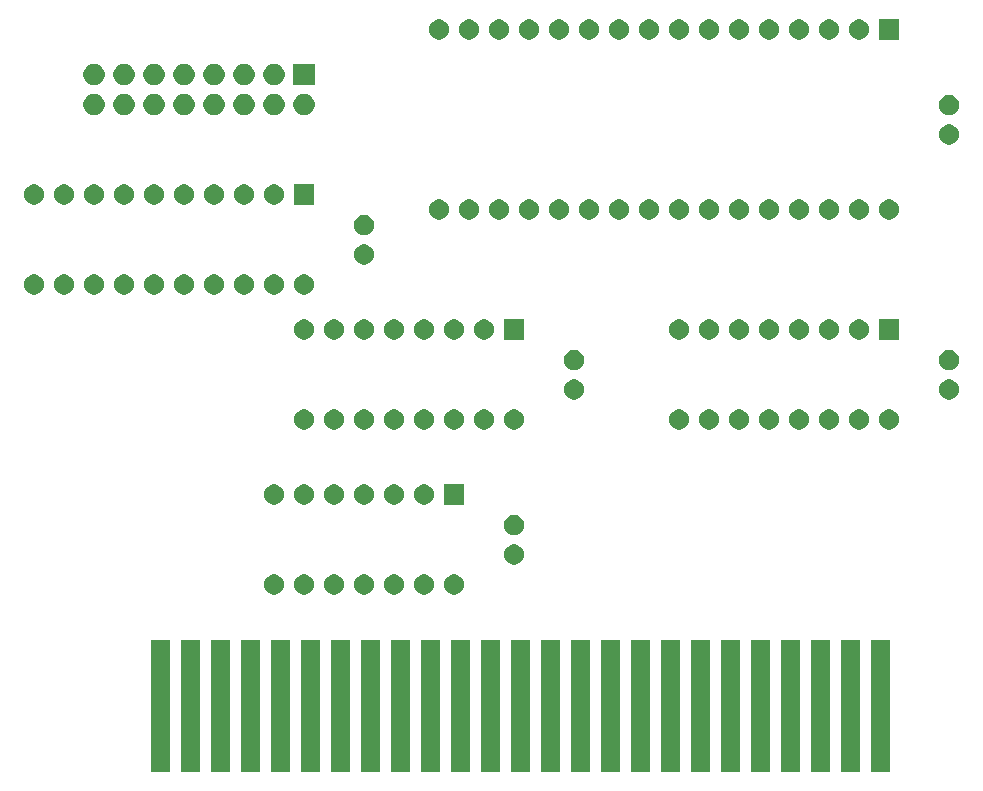
<source format=gts>
G04 #@! TF.GenerationSoftware,KiCad,Pcbnew,(5.1.5)-3*
G04 #@! TF.CreationDate,2020-04-03T16:25:14+03:00*
G04 #@! TF.ProjectId,MSX USB Drive,4d535820-5553-4422-9044-726976652e6b,rev?*
G04 #@! TF.SameCoordinates,Original*
G04 #@! TF.FileFunction,Soldermask,Top*
G04 #@! TF.FilePolarity,Negative*
%FSLAX46Y46*%
G04 Gerber Fmt 4.6, Leading zero omitted, Abs format (unit mm)*
G04 Created by KiCad (PCBNEW (5.1.5)-3) date 2020-04-03 16:25:14*
%MOMM*%
%LPD*%
G04 APERTURE LIST*
%ADD10C,0.100000*%
G04 APERTURE END LIST*
D10*
G36*
X137211000Y-149188000D02*
G01*
X135609000Y-149188000D01*
X135609000Y-138086000D01*
X137211000Y-138086000D01*
X137211000Y-149188000D01*
G37*
G36*
X162611000Y-149188000D02*
G01*
X161009000Y-149188000D01*
X161009000Y-138086000D01*
X162611000Y-138086000D01*
X162611000Y-149188000D01*
G37*
G36*
X190551000Y-149188000D02*
G01*
X188949000Y-149188000D01*
X188949000Y-138086000D01*
X190551000Y-138086000D01*
X190551000Y-149188000D01*
G37*
G36*
X185471000Y-149188000D02*
G01*
X183869000Y-149188000D01*
X183869000Y-138086000D01*
X185471000Y-138086000D01*
X185471000Y-149188000D01*
G37*
G36*
X182931000Y-149188000D02*
G01*
X181329000Y-149188000D01*
X181329000Y-138086000D01*
X182931000Y-138086000D01*
X182931000Y-149188000D01*
G37*
G36*
X180391000Y-149188000D02*
G01*
X178789000Y-149188000D01*
X178789000Y-138086000D01*
X180391000Y-138086000D01*
X180391000Y-149188000D01*
G37*
G36*
X177851000Y-149188000D02*
G01*
X176249000Y-149188000D01*
X176249000Y-138086000D01*
X177851000Y-138086000D01*
X177851000Y-149188000D01*
G37*
G36*
X175311000Y-149188000D02*
G01*
X173709000Y-149188000D01*
X173709000Y-138086000D01*
X175311000Y-138086000D01*
X175311000Y-149188000D01*
G37*
G36*
X172771000Y-149188000D02*
G01*
X171169000Y-149188000D01*
X171169000Y-138086000D01*
X172771000Y-138086000D01*
X172771000Y-149188000D01*
G37*
G36*
X170231000Y-149188000D02*
G01*
X168629000Y-149188000D01*
X168629000Y-138086000D01*
X170231000Y-138086000D01*
X170231000Y-149188000D01*
G37*
G36*
X167691000Y-149188000D02*
G01*
X166089000Y-149188000D01*
X166089000Y-138086000D01*
X167691000Y-138086000D01*
X167691000Y-149188000D01*
G37*
G36*
X165151000Y-149188000D02*
G01*
X163549000Y-149188000D01*
X163549000Y-138086000D01*
X165151000Y-138086000D01*
X165151000Y-149188000D01*
G37*
G36*
X188011000Y-149188000D02*
G01*
X186409000Y-149188000D01*
X186409000Y-138086000D01*
X188011000Y-138086000D01*
X188011000Y-149188000D01*
G37*
G36*
X157531000Y-149188000D02*
G01*
X155929000Y-149188000D01*
X155929000Y-138086000D01*
X157531000Y-138086000D01*
X157531000Y-149188000D01*
G37*
G36*
X154991000Y-149188000D02*
G01*
X153389000Y-149188000D01*
X153389000Y-138086000D01*
X154991000Y-138086000D01*
X154991000Y-149188000D01*
G37*
G36*
X152451000Y-149188000D02*
G01*
X150849000Y-149188000D01*
X150849000Y-138086000D01*
X152451000Y-138086000D01*
X152451000Y-149188000D01*
G37*
G36*
X149911000Y-149188000D02*
G01*
X148309000Y-149188000D01*
X148309000Y-138086000D01*
X149911000Y-138086000D01*
X149911000Y-149188000D01*
G37*
G36*
X147371000Y-149188000D02*
G01*
X145769000Y-149188000D01*
X145769000Y-138086000D01*
X147371000Y-138086000D01*
X147371000Y-149188000D01*
G37*
G36*
X144831000Y-149188000D02*
G01*
X143229000Y-149188000D01*
X143229000Y-138086000D01*
X144831000Y-138086000D01*
X144831000Y-149188000D01*
G37*
G36*
X142291000Y-149188000D02*
G01*
X140689000Y-149188000D01*
X140689000Y-138086000D01*
X142291000Y-138086000D01*
X142291000Y-149188000D01*
G37*
G36*
X139751000Y-149188000D02*
G01*
X138149000Y-149188000D01*
X138149000Y-138086000D01*
X139751000Y-138086000D01*
X139751000Y-149188000D01*
G37*
G36*
X129591000Y-149188000D02*
G01*
X127989000Y-149188000D01*
X127989000Y-138086000D01*
X129591000Y-138086000D01*
X129591000Y-149188000D01*
G37*
G36*
X132131000Y-149188000D02*
G01*
X130529000Y-149188000D01*
X130529000Y-138086000D01*
X132131000Y-138086000D01*
X132131000Y-149188000D01*
G37*
G36*
X134671000Y-149188000D02*
G01*
X133069000Y-149188000D01*
X133069000Y-138086000D01*
X134671000Y-138086000D01*
X134671000Y-149188000D01*
G37*
G36*
X160071000Y-149188000D02*
G01*
X158469000Y-149188000D01*
X158469000Y-138086000D01*
X160071000Y-138086000D01*
X160071000Y-149188000D01*
G37*
G36*
X146298228Y-132531703D02*
G01*
X146453100Y-132595853D01*
X146592481Y-132688985D01*
X146711015Y-132807519D01*
X146804147Y-132946900D01*
X146868297Y-133101772D01*
X146901000Y-133266184D01*
X146901000Y-133433816D01*
X146868297Y-133598228D01*
X146804147Y-133753100D01*
X146711015Y-133892481D01*
X146592481Y-134011015D01*
X146453100Y-134104147D01*
X146298228Y-134168297D01*
X146133816Y-134201000D01*
X145966184Y-134201000D01*
X145801772Y-134168297D01*
X145646900Y-134104147D01*
X145507519Y-134011015D01*
X145388985Y-133892481D01*
X145295853Y-133753100D01*
X145231703Y-133598228D01*
X145199000Y-133433816D01*
X145199000Y-133266184D01*
X145231703Y-133101772D01*
X145295853Y-132946900D01*
X145388985Y-132807519D01*
X145507519Y-132688985D01*
X145646900Y-132595853D01*
X145801772Y-132531703D01*
X145966184Y-132499000D01*
X146133816Y-132499000D01*
X146298228Y-132531703D01*
G37*
G36*
X138678228Y-132531703D02*
G01*
X138833100Y-132595853D01*
X138972481Y-132688985D01*
X139091015Y-132807519D01*
X139184147Y-132946900D01*
X139248297Y-133101772D01*
X139281000Y-133266184D01*
X139281000Y-133433816D01*
X139248297Y-133598228D01*
X139184147Y-133753100D01*
X139091015Y-133892481D01*
X138972481Y-134011015D01*
X138833100Y-134104147D01*
X138678228Y-134168297D01*
X138513816Y-134201000D01*
X138346184Y-134201000D01*
X138181772Y-134168297D01*
X138026900Y-134104147D01*
X137887519Y-134011015D01*
X137768985Y-133892481D01*
X137675853Y-133753100D01*
X137611703Y-133598228D01*
X137579000Y-133433816D01*
X137579000Y-133266184D01*
X137611703Y-133101772D01*
X137675853Y-132946900D01*
X137768985Y-132807519D01*
X137887519Y-132688985D01*
X138026900Y-132595853D01*
X138181772Y-132531703D01*
X138346184Y-132499000D01*
X138513816Y-132499000D01*
X138678228Y-132531703D01*
G37*
G36*
X141218228Y-132531703D02*
G01*
X141373100Y-132595853D01*
X141512481Y-132688985D01*
X141631015Y-132807519D01*
X141724147Y-132946900D01*
X141788297Y-133101772D01*
X141821000Y-133266184D01*
X141821000Y-133433816D01*
X141788297Y-133598228D01*
X141724147Y-133753100D01*
X141631015Y-133892481D01*
X141512481Y-134011015D01*
X141373100Y-134104147D01*
X141218228Y-134168297D01*
X141053816Y-134201000D01*
X140886184Y-134201000D01*
X140721772Y-134168297D01*
X140566900Y-134104147D01*
X140427519Y-134011015D01*
X140308985Y-133892481D01*
X140215853Y-133753100D01*
X140151703Y-133598228D01*
X140119000Y-133433816D01*
X140119000Y-133266184D01*
X140151703Y-133101772D01*
X140215853Y-132946900D01*
X140308985Y-132807519D01*
X140427519Y-132688985D01*
X140566900Y-132595853D01*
X140721772Y-132531703D01*
X140886184Y-132499000D01*
X141053816Y-132499000D01*
X141218228Y-132531703D01*
G37*
G36*
X143758228Y-132531703D02*
G01*
X143913100Y-132595853D01*
X144052481Y-132688985D01*
X144171015Y-132807519D01*
X144264147Y-132946900D01*
X144328297Y-133101772D01*
X144361000Y-133266184D01*
X144361000Y-133433816D01*
X144328297Y-133598228D01*
X144264147Y-133753100D01*
X144171015Y-133892481D01*
X144052481Y-134011015D01*
X143913100Y-134104147D01*
X143758228Y-134168297D01*
X143593816Y-134201000D01*
X143426184Y-134201000D01*
X143261772Y-134168297D01*
X143106900Y-134104147D01*
X142967519Y-134011015D01*
X142848985Y-133892481D01*
X142755853Y-133753100D01*
X142691703Y-133598228D01*
X142659000Y-133433816D01*
X142659000Y-133266184D01*
X142691703Y-133101772D01*
X142755853Y-132946900D01*
X142848985Y-132807519D01*
X142967519Y-132688985D01*
X143106900Y-132595853D01*
X143261772Y-132531703D01*
X143426184Y-132499000D01*
X143593816Y-132499000D01*
X143758228Y-132531703D01*
G37*
G36*
X148838228Y-132531703D02*
G01*
X148993100Y-132595853D01*
X149132481Y-132688985D01*
X149251015Y-132807519D01*
X149344147Y-132946900D01*
X149408297Y-133101772D01*
X149441000Y-133266184D01*
X149441000Y-133433816D01*
X149408297Y-133598228D01*
X149344147Y-133753100D01*
X149251015Y-133892481D01*
X149132481Y-134011015D01*
X148993100Y-134104147D01*
X148838228Y-134168297D01*
X148673816Y-134201000D01*
X148506184Y-134201000D01*
X148341772Y-134168297D01*
X148186900Y-134104147D01*
X148047519Y-134011015D01*
X147928985Y-133892481D01*
X147835853Y-133753100D01*
X147771703Y-133598228D01*
X147739000Y-133433816D01*
X147739000Y-133266184D01*
X147771703Y-133101772D01*
X147835853Y-132946900D01*
X147928985Y-132807519D01*
X148047519Y-132688985D01*
X148186900Y-132595853D01*
X148341772Y-132531703D01*
X148506184Y-132499000D01*
X148673816Y-132499000D01*
X148838228Y-132531703D01*
G37*
G36*
X153918228Y-132531703D02*
G01*
X154073100Y-132595853D01*
X154212481Y-132688985D01*
X154331015Y-132807519D01*
X154424147Y-132946900D01*
X154488297Y-133101772D01*
X154521000Y-133266184D01*
X154521000Y-133433816D01*
X154488297Y-133598228D01*
X154424147Y-133753100D01*
X154331015Y-133892481D01*
X154212481Y-134011015D01*
X154073100Y-134104147D01*
X153918228Y-134168297D01*
X153753816Y-134201000D01*
X153586184Y-134201000D01*
X153421772Y-134168297D01*
X153266900Y-134104147D01*
X153127519Y-134011015D01*
X153008985Y-133892481D01*
X152915853Y-133753100D01*
X152851703Y-133598228D01*
X152819000Y-133433816D01*
X152819000Y-133266184D01*
X152851703Y-133101772D01*
X152915853Y-132946900D01*
X153008985Y-132807519D01*
X153127519Y-132688985D01*
X153266900Y-132595853D01*
X153421772Y-132531703D01*
X153586184Y-132499000D01*
X153753816Y-132499000D01*
X153918228Y-132531703D01*
G37*
G36*
X151378228Y-132531703D02*
G01*
X151533100Y-132595853D01*
X151672481Y-132688985D01*
X151791015Y-132807519D01*
X151884147Y-132946900D01*
X151948297Y-133101772D01*
X151981000Y-133266184D01*
X151981000Y-133433816D01*
X151948297Y-133598228D01*
X151884147Y-133753100D01*
X151791015Y-133892481D01*
X151672481Y-134011015D01*
X151533100Y-134104147D01*
X151378228Y-134168297D01*
X151213816Y-134201000D01*
X151046184Y-134201000D01*
X150881772Y-134168297D01*
X150726900Y-134104147D01*
X150587519Y-134011015D01*
X150468985Y-133892481D01*
X150375853Y-133753100D01*
X150311703Y-133598228D01*
X150279000Y-133433816D01*
X150279000Y-133266184D01*
X150311703Y-133101772D01*
X150375853Y-132946900D01*
X150468985Y-132807519D01*
X150587519Y-132688985D01*
X150726900Y-132595853D01*
X150881772Y-132531703D01*
X151046184Y-132499000D01*
X151213816Y-132499000D01*
X151378228Y-132531703D01*
G37*
G36*
X158998228Y-129991703D02*
G01*
X159153100Y-130055853D01*
X159292481Y-130148985D01*
X159411015Y-130267519D01*
X159504147Y-130406900D01*
X159568297Y-130561772D01*
X159601000Y-130726184D01*
X159601000Y-130893816D01*
X159568297Y-131058228D01*
X159504147Y-131213100D01*
X159411015Y-131352481D01*
X159292481Y-131471015D01*
X159153100Y-131564147D01*
X158998228Y-131628297D01*
X158833816Y-131661000D01*
X158666184Y-131661000D01*
X158501772Y-131628297D01*
X158346900Y-131564147D01*
X158207519Y-131471015D01*
X158088985Y-131352481D01*
X157995853Y-131213100D01*
X157931703Y-131058228D01*
X157899000Y-130893816D01*
X157899000Y-130726184D01*
X157931703Y-130561772D01*
X157995853Y-130406900D01*
X158088985Y-130267519D01*
X158207519Y-130148985D01*
X158346900Y-130055853D01*
X158501772Y-129991703D01*
X158666184Y-129959000D01*
X158833816Y-129959000D01*
X158998228Y-129991703D01*
G37*
G36*
X158998228Y-127491703D02*
G01*
X159153100Y-127555853D01*
X159292481Y-127648985D01*
X159411015Y-127767519D01*
X159504147Y-127906900D01*
X159568297Y-128061772D01*
X159601000Y-128226184D01*
X159601000Y-128393816D01*
X159568297Y-128558228D01*
X159504147Y-128713100D01*
X159411015Y-128852481D01*
X159292481Y-128971015D01*
X159153100Y-129064147D01*
X158998228Y-129128297D01*
X158833816Y-129161000D01*
X158666184Y-129161000D01*
X158501772Y-129128297D01*
X158346900Y-129064147D01*
X158207519Y-128971015D01*
X158088985Y-128852481D01*
X157995853Y-128713100D01*
X157931703Y-128558228D01*
X157899000Y-128393816D01*
X157899000Y-128226184D01*
X157931703Y-128061772D01*
X157995853Y-127906900D01*
X158088985Y-127767519D01*
X158207519Y-127648985D01*
X158346900Y-127555853D01*
X158501772Y-127491703D01*
X158666184Y-127459000D01*
X158833816Y-127459000D01*
X158998228Y-127491703D01*
G37*
G36*
X151378228Y-124911703D02*
G01*
X151533100Y-124975853D01*
X151672481Y-125068985D01*
X151791015Y-125187519D01*
X151884147Y-125326900D01*
X151948297Y-125481772D01*
X151981000Y-125646184D01*
X151981000Y-125813816D01*
X151948297Y-125978228D01*
X151884147Y-126133100D01*
X151791015Y-126272481D01*
X151672481Y-126391015D01*
X151533100Y-126484147D01*
X151378228Y-126548297D01*
X151213816Y-126581000D01*
X151046184Y-126581000D01*
X150881772Y-126548297D01*
X150726900Y-126484147D01*
X150587519Y-126391015D01*
X150468985Y-126272481D01*
X150375853Y-126133100D01*
X150311703Y-125978228D01*
X150279000Y-125813816D01*
X150279000Y-125646184D01*
X150311703Y-125481772D01*
X150375853Y-125326900D01*
X150468985Y-125187519D01*
X150587519Y-125068985D01*
X150726900Y-124975853D01*
X150881772Y-124911703D01*
X151046184Y-124879000D01*
X151213816Y-124879000D01*
X151378228Y-124911703D01*
G37*
G36*
X154521000Y-126581000D02*
G01*
X152819000Y-126581000D01*
X152819000Y-124879000D01*
X154521000Y-124879000D01*
X154521000Y-126581000D01*
G37*
G36*
X143758228Y-124911703D02*
G01*
X143913100Y-124975853D01*
X144052481Y-125068985D01*
X144171015Y-125187519D01*
X144264147Y-125326900D01*
X144328297Y-125481772D01*
X144361000Y-125646184D01*
X144361000Y-125813816D01*
X144328297Y-125978228D01*
X144264147Y-126133100D01*
X144171015Y-126272481D01*
X144052481Y-126391015D01*
X143913100Y-126484147D01*
X143758228Y-126548297D01*
X143593816Y-126581000D01*
X143426184Y-126581000D01*
X143261772Y-126548297D01*
X143106900Y-126484147D01*
X142967519Y-126391015D01*
X142848985Y-126272481D01*
X142755853Y-126133100D01*
X142691703Y-125978228D01*
X142659000Y-125813816D01*
X142659000Y-125646184D01*
X142691703Y-125481772D01*
X142755853Y-125326900D01*
X142848985Y-125187519D01*
X142967519Y-125068985D01*
X143106900Y-124975853D01*
X143261772Y-124911703D01*
X143426184Y-124879000D01*
X143593816Y-124879000D01*
X143758228Y-124911703D01*
G37*
G36*
X138678228Y-124911703D02*
G01*
X138833100Y-124975853D01*
X138972481Y-125068985D01*
X139091015Y-125187519D01*
X139184147Y-125326900D01*
X139248297Y-125481772D01*
X139281000Y-125646184D01*
X139281000Y-125813816D01*
X139248297Y-125978228D01*
X139184147Y-126133100D01*
X139091015Y-126272481D01*
X138972481Y-126391015D01*
X138833100Y-126484147D01*
X138678228Y-126548297D01*
X138513816Y-126581000D01*
X138346184Y-126581000D01*
X138181772Y-126548297D01*
X138026900Y-126484147D01*
X137887519Y-126391015D01*
X137768985Y-126272481D01*
X137675853Y-126133100D01*
X137611703Y-125978228D01*
X137579000Y-125813816D01*
X137579000Y-125646184D01*
X137611703Y-125481772D01*
X137675853Y-125326900D01*
X137768985Y-125187519D01*
X137887519Y-125068985D01*
X138026900Y-124975853D01*
X138181772Y-124911703D01*
X138346184Y-124879000D01*
X138513816Y-124879000D01*
X138678228Y-124911703D01*
G37*
G36*
X141218228Y-124911703D02*
G01*
X141373100Y-124975853D01*
X141512481Y-125068985D01*
X141631015Y-125187519D01*
X141724147Y-125326900D01*
X141788297Y-125481772D01*
X141821000Y-125646184D01*
X141821000Y-125813816D01*
X141788297Y-125978228D01*
X141724147Y-126133100D01*
X141631015Y-126272481D01*
X141512481Y-126391015D01*
X141373100Y-126484147D01*
X141218228Y-126548297D01*
X141053816Y-126581000D01*
X140886184Y-126581000D01*
X140721772Y-126548297D01*
X140566900Y-126484147D01*
X140427519Y-126391015D01*
X140308985Y-126272481D01*
X140215853Y-126133100D01*
X140151703Y-125978228D01*
X140119000Y-125813816D01*
X140119000Y-125646184D01*
X140151703Y-125481772D01*
X140215853Y-125326900D01*
X140308985Y-125187519D01*
X140427519Y-125068985D01*
X140566900Y-124975853D01*
X140721772Y-124911703D01*
X140886184Y-124879000D01*
X141053816Y-124879000D01*
X141218228Y-124911703D01*
G37*
G36*
X148838228Y-124911703D02*
G01*
X148993100Y-124975853D01*
X149132481Y-125068985D01*
X149251015Y-125187519D01*
X149344147Y-125326900D01*
X149408297Y-125481772D01*
X149441000Y-125646184D01*
X149441000Y-125813816D01*
X149408297Y-125978228D01*
X149344147Y-126133100D01*
X149251015Y-126272481D01*
X149132481Y-126391015D01*
X148993100Y-126484147D01*
X148838228Y-126548297D01*
X148673816Y-126581000D01*
X148506184Y-126581000D01*
X148341772Y-126548297D01*
X148186900Y-126484147D01*
X148047519Y-126391015D01*
X147928985Y-126272481D01*
X147835853Y-126133100D01*
X147771703Y-125978228D01*
X147739000Y-125813816D01*
X147739000Y-125646184D01*
X147771703Y-125481772D01*
X147835853Y-125326900D01*
X147928985Y-125187519D01*
X148047519Y-125068985D01*
X148186900Y-124975853D01*
X148341772Y-124911703D01*
X148506184Y-124879000D01*
X148673816Y-124879000D01*
X148838228Y-124911703D01*
G37*
G36*
X146298228Y-124911703D02*
G01*
X146453100Y-124975853D01*
X146592481Y-125068985D01*
X146711015Y-125187519D01*
X146804147Y-125326900D01*
X146868297Y-125481772D01*
X146901000Y-125646184D01*
X146901000Y-125813816D01*
X146868297Y-125978228D01*
X146804147Y-126133100D01*
X146711015Y-126272481D01*
X146592481Y-126391015D01*
X146453100Y-126484147D01*
X146298228Y-126548297D01*
X146133816Y-126581000D01*
X145966184Y-126581000D01*
X145801772Y-126548297D01*
X145646900Y-126484147D01*
X145507519Y-126391015D01*
X145388985Y-126272481D01*
X145295853Y-126133100D01*
X145231703Y-125978228D01*
X145199000Y-125813816D01*
X145199000Y-125646184D01*
X145231703Y-125481772D01*
X145295853Y-125326900D01*
X145388985Y-125187519D01*
X145507519Y-125068985D01*
X145646900Y-124975853D01*
X145801772Y-124911703D01*
X145966184Y-124879000D01*
X146133816Y-124879000D01*
X146298228Y-124911703D01*
G37*
G36*
X183128228Y-118561703D02*
G01*
X183283100Y-118625853D01*
X183422481Y-118718985D01*
X183541015Y-118837519D01*
X183634147Y-118976900D01*
X183698297Y-119131772D01*
X183731000Y-119296184D01*
X183731000Y-119463816D01*
X183698297Y-119628228D01*
X183634147Y-119783100D01*
X183541015Y-119922481D01*
X183422481Y-120041015D01*
X183283100Y-120134147D01*
X183128228Y-120198297D01*
X182963816Y-120231000D01*
X182796184Y-120231000D01*
X182631772Y-120198297D01*
X182476900Y-120134147D01*
X182337519Y-120041015D01*
X182218985Y-119922481D01*
X182125853Y-119783100D01*
X182061703Y-119628228D01*
X182029000Y-119463816D01*
X182029000Y-119296184D01*
X182061703Y-119131772D01*
X182125853Y-118976900D01*
X182218985Y-118837519D01*
X182337519Y-118718985D01*
X182476900Y-118625853D01*
X182631772Y-118561703D01*
X182796184Y-118529000D01*
X182963816Y-118529000D01*
X183128228Y-118561703D01*
G37*
G36*
X175508228Y-118561703D02*
G01*
X175663100Y-118625853D01*
X175802481Y-118718985D01*
X175921015Y-118837519D01*
X176014147Y-118976900D01*
X176078297Y-119131772D01*
X176111000Y-119296184D01*
X176111000Y-119463816D01*
X176078297Y-119628228D01*
X176014147Y-119783100D01*
X175921015Y-119922481D01*
X175802481Y-120041015D01*
X175663100Y-120134147D01*
X175508228Y-120198297D01*
X175343816Y-120231000D01*
X175176184Y-120231000D01*
X175011772Y-120198297D01*
X174856900Y-120134147D01*
X174717519Y-120041015D01*
X174598985Y-119922481D01*
X174505853Y-119783100D01*
X174441703Y-119628228D01*
X174409000Y-119463816D01*
X174409000Y-119296184D01*
X174441703Y-119131772D01*
X174505853Y-118976900D01*
X174598985Y-118837519D01*
X174717519Y-118718985D01*
X174856900Y-118625853D01*
X175011772Y-118561703D01*
X175176184Y-118529000D01*
X175343816Y-118529000D01*
X175508228Y-118561703D01*
G37*
G36*
X178048228Y-118561703D02*
G01*
X178203100Y-118625853D01*
X178342481Y-118718985D01*
X178461015Y-118837519D01*
X178554147Y-118976900D01*
X178618297Y-119131772D01*
X178651000Y-119296184D01*
X178651000Y-119463816D01*
X178618297Y-119628228D01*
X178554147Y-119783100D01*
X178461015Y-119922481D01*
X178342481Y-120041015D01*
X178203100Y-120134147D01*
X178048228Y-120198297D01*
X177883816Y-120231000D01*
X177716184Y-120231000D01*
X177551772Y-120198297D01*
X177396900Y-120134147D01*
X177257519Y-120041015D01*
X177138985Y-119922481D01*
X177045853Y-119783100D01*
X176981703Y-119628228D01*
X176949000Y-119463816D01*
X176949000Y-119296184D01*
X176981703Y-119131772D01*
X177045853Y-118976900D01*
X177138985Y-118837519D01*
X177257519Y-118718985D01*
X177396900Y-118625853D01*
X177551772Y-118561703D01*
X177716184Y-118529000D01*
X177883816Y-118529000D01*
X178048228Y-118561703D01*
G37*
G36*
X180588228Y-118561703D02*
G01*
X180743100Y-118625853D01*
X180882481Y-118718985D01*
X181001015Y-118837519D01*
X181094147Y-118976900D01*
X181158297Y-119131772D01*
X181191000Y-119296184D01*
X181191000Y-119463816D01*
X181158297Y-119628228D01*
X181094147Y-119783100D01*
X181001015Y-119922481D01*
X180882481Y-120041015D01*
X180743100Y-120134147D01*
X180588228Y-120198297D01*
X180423816Y-120231000D01*
X180256184Y-120231000D01*
X180091772Y-120198297D01*
X179936900Y-120134147D01*
X179797519Y-120041015D01*
X179678985Y-119922481D01*
X179585853Y-119783100D01*
X179521703Y-119628228D01*
X179489000Y-119463816D01*
X179489000Y-119296184D01*
X179521703Y-119131772D01*
X179585853Y-118976900D01*
X179678985Y-118837519D01*
X179797519Y-118718985D01*
X179936900Y-118625853D01*
X180091772Y-118561703D01*
X180256184Y-118529000D01*
X180423816Y-118529000D01*
X180588228Y-118561703D01*
G37*
G36*
X185668228Y-118561703D02*
G01*
X185823100Y-118625853D01*
X185962481Y-118718985D01*
X186081015Y-118837519D01*
X186174147Y-118976900D01*
X186238297Y-119131772D01*
X186271000Y-119296184D01*
X186271000Y-119463816D01*
X186238297Y-119628228D01*
X186174147Y-119783100D01*
X186081015Y-119922481D01*
X185962481Y-120041015D01*
X185823100Y-120134147D01*
X185668228Y-120198297D01*
X185503816Y-120231000D01*
X185336184Y-120231000D01*
X185171772Y-120198297D01*
X185016900Y-120134147D01*
X184877519Y-120041015D01*
X184758985Y-119922481D01*
X184665853Y-119783100D01*
X184601703Y-119628228D01*
X184569000Y-119463816D01*
X184569000Y-119296184D01*
X184601703Y-119131772D01*
X184665853Y-118976900D01*
X184758985Y-118837519D01*
X184877519Y-118718985D01*
X185016900Y-118625853D01*
X185171772Y-118561703D01*
X185336184Y-118529000D01*
X185503816Y-118529000D01*
X185668228Y-118561703D01*
G37*
G36*
X188208228Y-118561703D02*
G01*
X188363100Y-118625853D01*
X188502481Y-118718985D01*
X188621015Y-118837519D01*
X188714147Y-118976900D01*
X188778297Y-119131772D01*
X188811000Y-119296184D01*
X188811000Y-119463816D01*
X188778297Y-119628228D01*
X188714147Y-119783100D01*
X188621015Y-119922481D01*
X188502481Y-120041015D01*
X188363100Y-120134147D01*
X188208228Y-120198297D01*
X188043816Y-120231000D01*
X187876184Y-120231000D01*
X187711772Y-120198297D01*
X187556900Y-120134147D01*
X187417519Y-120041015D01*
X187298985Y-119922481D01*
X187205853Y-119783100D01*
X187141703Y-119628228D01*
X187109000Y-119463816D01*
X187109000Y-119296184D01*
X187141703Y-119131772D01*
X187205853Y-118976900D01*
X187298985Y-118837519D01*
X187417519Y-118718985D01*
X187556900Y-118625853D01*
X187711772Y-118561703D01*
X187876184Y-118529000D01*
X188043816Y-118529000D01*
X188208228Y-118561703D01*
G37*
G36*
X190748228Y-118561703D02*
G01*
X190903100Y-118625853D01*
X191042481Y-118718985D01*
X191161015Y-118837519D01*
X191254147Y-118976900D01*
X191318297Y-119131772D01*
X191351000Y-119296184D01*
X191351000Y-119463816D01*
X191318297Y-119628228D01*
X191254147Y-119783100D01*
X191161015Y-119922481D01*
X191042481Y-120041015D01*
X190903100Y-120134147D01*
X190748228Y-120198297D01*
X190583816Y-120231000D01*
X190416184Y-120231000D01*
X190251772Y-120198297D01*
X190096900Y-120134147D01*
X189957519Y-120041015D01*
X189838985Y-119922481D01*
X189745853Y-119783100D01*
X189681703Y-119628228D01*
X189649000Y-119463816D01*
X189649000Y-119296184D01*
X189681703Y-119131772D01*
X189745853Y-118976900D01*
X189838985Y-118837519D01*
X189957519Y-118718985D01*
X190096900Y-118625853D01*
X190251772Y-118561703D01*
X190416184Y-118529000D01*
X190583816Y-118529000D01*
X190748228Y-118561703D01*
G37*
G36*
X158998228Y-118561703D02*
G01*
X159153100Y-118625853D01*
X159292481Y-118718985D01*
X159411015Y-118837519D01*
X159504147Y-118976900D01*
X159568297Y-119131772D01*
X159601000Y-119296184D01*
X159601000Y-119463816D01*
X159568297Y-119628228D01*
X159504147Y-119783100D01*
X159411015Y-119922481D01*
X159292481Y-120041015D01*
X159153100Y-120134147D01*
X158998228Y-120198297D01*
X158833816Y-120231000D01*
X158666184Y-120231000D01*
X158501772Y-120198297D01*
X158346900Y-120134147D01*
X158207519Y-120041015D01*
X158088985Y-119922481D01*
X157995853Y-119783100D01*
X157931703Y-119628228D01*
X157899000Y-119463816D01*
X157899000Y-119296184D01*
X157931703Y-119131772D01*
X157995853Y-118976900D01*
X158088985Y-118837519D01*
X158207519Y-118718985D01*
X158346900Y-118625853D01*
X158501772Y-118561703D01*
X158666184Y-118529000D01*
X158833816Y-118529000D01*
X158998228Y-118561703D01*
G37*
G36*
X153918228Y-118561703D02*
G01*
X154073100Y-118625853D01*
X154212481Y-118718985D01*
X154331015Y-118837519D01*
X154424147Y-118976900D01*
X154488297Y-119131772D01*
X154521000Y-119296184D01*
X154521000Y-119463816D01*
X154488297Y-119628228D01*
X154424147Y-119783100D01*
X154331015Y-119922481D01*
X154212481Y-120041015D01*
X154073100Y-120134147D01*
X153918228Y-120198297D01*
X153753816Y-120231000D01*
X153586184Y-120231000D01*
X153421772Y-120198297D01*
X153266900Y-120134147D01*
X153127519Y-120041015D01*
X153008985Y-119922481D01*
X152915853Y-119783100D01*
X152851703Y-119628228D01*
X152819000Y-119463816D01*
X152819000Y-119296184D01*
X152851703Y-119131772D01*
X152915853Y-118976900D01*
X153008985Y-118837519D01*
X153127519Y-118718985D01*
X153266900Y-118625853D01*
X153421772Y-118561703D01*
X153586184Y-118529000D01*
X153753816Y-118529000D01*
X153918228Y-118561703D01*
G37*
G36*
X151378228Y-118561703D02*
G01*
X151533100Y-118625853D01*
X151672481Y-118718985D01*
X151791015Y-118837519D01*
X151884147Y-118976900D01*
X151948297Y-119131772D01*
X151981000Y-119296184D01*
X151981000Y-119463816D01*
X151948297Y-119628228D01*
X151884147Y-119783100D01*
X151791015Y-119922481D01*
X151672481Y-120041015D01*
X151533100Y-120134147D01*
X151378228Y-120198297D01*
X151213816Y-120231000D01*
X151046184Y-120231000D01*
X150881772Y-120198297D01*
X150726900Y-120134147D01*
X150587519Y-120041015D01*
X150468985Y-119922481D01*
X150375853Y-119783100D01*
X150311703Y-119628228D01*
X150279000Y-119463816D01*
X150279000Y-119296184D01*
X150311703Y-119131772D01*
X150375853Y-118976900D01*
X150468985Y-118837519D01*
X150587519Y-118718985D01*
X150726900Y-118625853D01*
X150881772Y-118561703D01*
X151046184Y-118529000D01*
X151213816Y-118529000D01*
X151378228Y-118561703D01*
G37*
G36*
X148838228Y-118561703D02*
G01*
X148993100Y-118625853D01*
X149132481Y-118718985D01*
X149251015Y-118837519D01*
X149344147Y-118976900D01*
X149408297Y-119131772D01*
X149441000Y-119296184D01*
X149441000Y-119463816D01*
X149408297Y-119628228D01*
X149344147Y-119783100D01*
X149251015Y-119922481D01*
X149132481Y-120041015D01*
X148993100Y-120134147D01*
X148838228Y-120198297D01*
X148673816Y-120231000D01*
X148506184Y-120231000D01*
X148341772Y-120198297D01*
X148186900Y-120134147D01*
X148047519Y-120041015D01*
X147928985Y-119922481D01*
X147835853Y-119783100D01*
X147771703Y-119628228D01*
X147739000Y-119463816D01*
X147739000Y-119296184D01*
X147771703Y-119131772D01*
X147835853Y-118976900D01*
X147928985Y-118837519D01*
X148047519Y-118718985D01*
X148186900Y-118625853D01*
X148341772Y-118561703D01*
X148506184Y-118529000D01*
X148673816Y-118529000D01*
X148838228Y-118561703D01*
G37*
G36*
X146298228Y-118561703D02*
G01*
X146453100Y-118625853D01*
X146592481Y-118718985D01*
X146711015Y-118837519D01*
X146804147Y-118976900D01*
X146868297Y-119131772D01*
X146901000Y-119296184D01*
X146901000Y-119463816D01*
X146868297Y-119628228D01*
X146804147Y-119783100D01*
X146711015Y-119922481D01*
X146592481Y-120041015D01*
X146453100Y-120134147D01*
X146298228Y-120198297D01*
X146133816Y-120231000D01*
X145966184Y-120231000D01*
X145801772Y-120198297D01*
X145646900Y-120134147D01*
X145507519Y-120041015D01*
X145388985Y-119922481D01*
X145295853Y-119783100D01*
X145231703Y-119628228D01*
X145199000Y-119463816D01*
X145199000Y-119296184D01*
X145231703Y-119131772D01*
X145295853Y-118976900D01*
X145388985Y-118837519D01*
X145507519Y-118718985D01*
X145646900Y-118625853D01*
X145801772Y-118561703D01*
X145966184Y-118529000D01*
X146133816Y-118529000D01*
X146298228Y-118561703D01*
G37*
G36*
X143758228Y-118561703D02*
G01*
X143913100Y-118625853D01*
X144052481Y-118718985D01*
X144171015Y-118837519D01*
X144264147Y-118976900D01*
X144328297Y-119131772D01*
X144361000Y-119296184D01*
X144361000Y-119463816D01*
X144328297Y-119628228D01*
X144264147Y-119783100D01*
X144171015Y-119922481D01*
X144052481Y-120041015D01*
X143913100Y-120134147D01*
X143758228Y-120198297D01*
X143593816Y-120231000D01*
X143426184Y-120231000D01*
X143261772Y-120198297D01*
X143106900Y-120134147D01*
X142967519Y-120041015D01*
X142848985Y-119922481D01*
X142755853Y-119783100D01*
X142691703Y-119628228D01*
X142659000Y-119463816D01*
X142659000Y-119296184D01*
X142691703Y-119131772D01*
X142755853Y-118976900D01*
X142848985Y-118837519D01*
X142967519Y-118718985D01*
X143106900Y-118625853D01*
X143261772Y-118561703D01*
X143426184Y-118529000D01*
X143593816Y-118529000D01*
X143758228Y-118561703D01*
G37*
G36*
X172968228Y-118561703D02*
G01*
X173123100Y-118625853D01*
X173262481Y-118718985D01*
X173381015Y-118837519D01*
X173474147Y-118976900D01*
X173538297Y-119131772D01*
X173571000Y-119296184D01*
X173571000Y-119463816D01*
X173538297Y-119628228D01*
X173474147Y-119783100D01*
X173381015Y-119922481D01*
X173262481Y-120041015D01*
X173123100Y-120134147D01*
X172968228Y-120198297D01*
X172803816Y-120231000D01*
X172636184Y-120231000D01*
X172471772Y-120198297D01*
X172316900Y-120134147D01*
X172177519Y-120041015D01*
X172058985Y-119922481D01*
X171965853Y-119783100D01*
X171901703Y-119628228D01*
X171869000Y-119463816D01*
X171869000Y-119296184D01*
X171901703Y-119131772D01*
X171965853Y-118976900D01*
X172058985Y-118837519D01*
X172177519Y-118718985D01*
X172316900Y-118625853D01*
X172471772Y-118561703D01*
X172636184Y-118529000D01*
X172803816Y-118529000D01*
X172968228Y-118561703D01*
G37*
G36*
X141218228Y-118561703D02*
G01*
X141373100Y-118625853D01*
X141512481Y-118718985D01*
X141631015Y-118837519D01*
X141724147Y-118976900D01*
X141788297Y-119131772D01*
X141821000Y-119296184D01*
X141821000Y-119463816D01*
X141788297Y-119628228D01*
X141724147Y-119783100D01*
X141631015Y-119922481D01*
X141512481Y-120041015D01*
X141373100Y-120134147D01*
X141218228Y-120198297D01*
X141053816Y-120231000D01*
X140886184Y-120231000D01*
X140721772Y-120198297D01*
X140566900Y-120134147D01*
X140427519Y-120041015D01*
X140308985Y-119922481D01*
X140215853Y-119783100D01*
X140151703Y-119628228D01*
X140119000Y-119463816D01*
X140119000Y-119296184D01*
X140151703Y-119131772D01*
X140215853Y-118976900D01*
X140308985Y-118837519D01*
X140427519Y-118718985D01*
X140566900Y-118625853D01*
X140721772Y-118561703D01*
X140886184Y-118529000D01*
X141053816Y-118529000D01*
X141218228Y-118561703D01*
G37*
G36*
X156458228Y-118561703D02*
G01*
X156613100Y-118625853D01*
X156752481Y-118718985D01*
X156871015Y-118837519D01*
X156964147Y-118976900D01*
X157028297Y-119131772D01*
X157061000Y-119296184D01*
X157061000Y-119463816D01*
X157028297Y-119628228D01*
X156964147Y-119783100D01*
X156871015Y-119922481D01*
X156752481Y-120041015D01*
X156613100Y-120134147D01*
X156458228Y-120198297D01*
X156293816Y-120231000D01*
X156126184Y-120231000D01*
X155961772Y-120198297D01*
X155806900Y-120134147D01*
X155667519Y-120041015D01*
X155548985Y-119922481D01*
X155455853Y-119783100D01*
X155391703Y-119628228D01*
X155359000Y-119463816D01*
X155359000Y-119296184D01*
X155391703Y-119131772D01*
X155455853Y-118976900D01*
X155548985Y-118837519D01*
X155667519Y-118718985D01*
X155806900Y-118625853D01*
X155961772Y-118561703D01*
X156126184Y-118529000D01*
X156293816Y-118529000D01*
X156458228Y-118561703D01*
G37*
G36*
X195828228Y-116021703D02*
G01*
X195983100Y-116085853D01*
X196122481Y-116178985D01*
X196241015Y-116297519D01*
X196334147Y-116436900D01*
X196398297Y-116591772D01*
X196431000Y-116756184D01*
X196431000Y-116923816D01*
X196398297Y-117088228D01*
X196334147Y-117243100D01*
X196241015Y-117382481D01*
X196122481Y-117501015D01*
X195983100Y-117594147D01*
X195828228Y-117658297D01*
X195663816Y-117691000D01*
X195496184Y-117691000D01*
X195331772Y-117658297D01*
X195176900Y-117594147D01*
X195037519Y-117501015D01*
X194918985Y-117382481D01*
X194825853Y-117243100D01*
X194761703Y-117088228D01*
X194729000Y-116923816D01*
X194729000Y-116756184D01*
X194761703Y-116591772D01*
X194825853Y-116436900D01*
X194918985Y-116297519D01*
X195037519Y-116178985D01*
X195176900Y-116085853D01*
X195331772Y-116021703D01*
X195496184Y-115989000D01*
X195663816Y-115989000D01*
X195828228Y-116021703D01*
G37*
G36*
X164078228Y-116021703D02*
G01*
X164233100Y-116085853D01*
X164372481Y-116178985D01*
X164491015Y-116297519D01*
X164584147Y-116436900D01*
X164648297Y-116591772D01*
X164681000Y-116756184D01*
X164681000Y-116923816D01*
X164648297Y-117088228D01*
X164584147Y-117243100D01*
X164491015Y-117382481D01*
X164372481Y-117501015D01*
X164233100Y-117594147D01*
X164078228Y-117658297D01*
X163913816Y-117691000D01*
X163746184Y-117691000D01*
X163581772Y-117658297D01*
X163426900Y-117594147D01*
X163287519Y-117501015D01*
X163168985Y-117382481D01*
X163075853Y-117243100D01*
X163011703Y-117088228D01*
X162979000Y-116923816D01*
X162979000Y-116756184D01*
X163011703Y-116591772D01*
X163075853Y-116436900D01*
X163168985Y-116297519D01*
X163287519Y-116178985D01*
X163426900Y-116085853D01*
X163581772Y-116021703D01*
X163746184Y-115989000D01*
X163913816Y-115989000D01*
X164078228Y-116021703D01*
G37*
G36*
X164078228Y-113521703D02*
G01*
X164233100Y-113585853D01*
X164372481Y-113678985D01*
X164491015Y-113797519D01*
X164584147Y-113936900D01*
X164648297Y-114091772D01*
X164681000Y-114256184D01*
X164681000Y-114423816D01*
X164648297Y-114588228D01*
X164584147Y-114743100D01*
X164491015Y-114882481D01*
X164372481Y-115001015D01*
X164233100Y-115094147D01*
X164078228Y-115158297D01*
X163913816Y-115191000D01*
X163746184Y-115191000D01*
X163581772Y-115158297D01*
X163426900Y-115094147D01*
X163287519Y-115001015D01*
X163168985Y-114882481D01*
X163075853Y-114743100D01*
X163011703Y-114588228D01*
X162979000Y-114423816D01*
X162979000Y-114256184D01*
X163011703Y-114091772D01*
X163075853Y-113936900D01*
X163168985Y-113797519D01*
X163287519Y-113678985D01*
X163426900Y-113585853D01*
X163581772Y-113521703D01*
X163746184Y-113489000D01*
X163913816Y-113489000D01*
X164078228Y-113521703D01*
G37*
G36*
X195828228Y-113521703D02*
G01*
X195983100Y-113585853D01*
X196122481Y-113678985D01*
X196241015Y-113797519D01*
X196334147Y-113936900D01*
X196398297Y-114091772D01*
X196431000Y-114256184D01*
X196431000Y-114423816D01*
X196398297Y-114588228D01*
X196334147Y-114743100D01*
X196241015Y-114882481D01*
X196122481Y-115001015D01*
X195983100Y-115094147D01*
X195828228Y-115158297D01*
X195663816Y-115191000D01*
X195496184Y-115191000D01*
X195331772Y-115158297D01*
X195176900Y-115094147D01*
X195037519Y-115001015D01*
X194918985Y-114882481D01*
X194825853Y-114743100D01*
X194761703Y-114588228D01*
X194729000Y-114423816D01*
X194729000Y-114256184D01*
X194761703Y-114091772D01*
X194825853Y-113936900D01*
X194918985Y-113797519D01*
X195037519Y-113678985D01*
X195176900Y-113585853D01*
X195331772Y-113521703D01*
X195496184Y-113489000D01*
X195663816Y-113489000D01*
X195828228Y-113521703D01*
G37*
G36*
X146298228Y-110941703D02*
G01*
X146453100Y-111005853D01*
X146592481Y-111098985D01*
X146711015Y-111217519D01*
X146804147Y-111356900D01*
X146868297Y-111511772D01*
X146901000Y-111676184D01*
X146901000Y-111843816D01*
X146868297Y-112008228D01*
X146804147Y-112163100D01*
X146711015Y-112302481D01*
X146592481Y-112421015D01*
X146453100Y-112514147D01*
X146298228Y-112578297D01*
X146133816Y-112611000D01*
X145966184Y-112611000D01*
X145801772Y-112578297D01*
X145646900Y-112514147D01*
X145507519Y-112421015D01*
X145388985Y-112302481D01*
X145295853Y-112163100D01*
X145231703Y-112008228D01*
X145199000Y-111843816D01*
X145199000Y-111676184D01*
X145231703Y-111511772D01*
X145295853Y-111356900D01*
X145388985Y-111217519D01*
X145507519Y-111098985D01*
X145646900Y-111005853D01*
X145801772Y-110941703D01*
X145966184Y-110909000D01*
X146133816Y-110909000D01*
X146298228Y-110941703D01*
G37*
G36*
X143758228Y-110941703D02*
G01*
X143913100Y-111005853D01*
X144052481Y-111098985D01*
X144171015Y-111217519D01*
X144264147Y-111356900D01*
X144328297Y-111511772D01*
X144361000Y-111676184D01*
X144361000Y-111843816D01*
X144328297Y-112008228D01*
X144264147Y-112163100D01*
X144171015Y-112302481D01*
X144052481Y-112421015D01*
X143913100Y-112514147D01*
X143758228Y-112578297D01*
X143593816Y-112611000D01*
X143426184Y-112611000D01*
X143261772Y-112578297D01*
X143106900Y-112514147D01*
X142967519Y-112421015D01*
X142848985Y-112302481D01*
X142755853Y-112163100D01*
X142691703Y-112008228D01*
X142659000Y-111843816D01*
X142659000Y-111676184D01*
X142691703Y-111511772D01*
X142755853Y-111356900D01*
X142848985Y-111217519D01*
X142967519Y-111098985D01*
X143106900Y-111005853D01*
X143261772Y-110941703D01*
X143426184Y-110909000D01*
X143593816Y-110909000D01*
X143758228Y-110941703D01*
G37*
G36*
X175508228Y-110941703D02*
G01*
X175663100Y-111005853D01*
X175802481Y-111098985D01*
X175921015Y-111217519D01*
X176014147Y-111356900D01*
X176078297Y-111511772D01*
X176111000Y-111676184D01*
X176111000Y-111843816D01*
X176078297Y-112008228D01*
X176014147Y-112163100D01*
X175921015Y-112302481D01*
X175802481Y-112421015D01*
X175663100Y-112514147D01*
X175508228Y-112578297D01*
X175343816Y-112611000D01*
X175176184Y-112611000D01*
X175011772Y-112578297D01*
X174856900Y-112514147D01*
X174717519Y-112421015D01*
X174598985Y-112302481D01*
X174505853Y-112163100D01*
X174441703Y-112008228D01*
X174409000Y-111843816D01*
X174409000Y-111676184D01*
X174441703Y-111511772D01*
X174505853Y-111356900D01*
X174598985Y-111217519D01*
X174717519Y-111098985D01*
X174856900Y-111005853D01*
X175011772Y-110941703D01*
X175176184Y-110909000D01*
X175343816Y-110909000D01*
X175508228Y-110941703D01*
G37*
G36*
X178048228Y-110941703D02*
G01*
X178203100Y-111005853D01*
X178342481Y-111098985D01*
X178461015Y-111217519D01*
X178554147Y-111356900D01*
X178618297Y-111511772D01*
X178651000Y-111676184D01*
X178651000Y-111843816D01*
X178618297Y-112008228D01*
X178554147Y-112163100D01*
X178461015Y-112302481D01*
X178342481Y-112421015D01*
X178203100Y-112514147D01*
X178048228Y-112578297D01*
X177883816Y-112611000D01*
X177716184Y-112611000D01*
X177551772Y-112578297D01*
X177396900Y-112514147D01*
X177257519Y-112421015D01*
X177138985Y-112302481D01*
X177045853Y-112163100D01*
X176981703Y-112008228D01*
X176949000Y-111843816D01*
X176949000Y-111676184D01*
X176981703Y-111511772D01*
X177045853Y-111356900D01*
X177138985Y-111217519D01*
X177257519Y-111098985D01*
X177396900Y-111005853D01*
X177551772Y-110941703D01*
X177716184Y-110909000D01*
X177883816Y-110909000D01*
X178048228Y-110941703D01*
G37*
G36*
X180588228Y-110941703D02*
G01*
X180743100Y-111005853D01*
X180882481Y-111098985D01*
X181001015Y-111217519D01*
X181094147Y-111356900D01*
X181158297Y-111511772D01*
X181191000Y-111676184D01*
X181191000Y-111843816D01*
X181158297Y-112008228D01*
X181094147Y-112163100D01*
X181001015Y-112302481D01*
X180882481Y-112421015D01*
X180743100Y-112514147D01*
X180588228Y-112578297D01*
X180423816Y-112611000D01*
X180256184Y-112611000D01*
X180091772Y-112578297D01*
X179936900Y-112514147D01*
X179797519Y-112421015D01*
X179678985Y-112302481D01*
X179585853Y-112163100D01*
X179521703Y-112008228D01*
X179489000Y-111843816D01*
X179489000Y-111676184D01*
X179521703Y-111511772D01*
X179585853Y-111356900D01*
X179678985Y-111217519D01*
X179797519Y-111098985D01*
X179936900Y-111005853D01*
X180091772Y-110941703D01*
X180256184Y-110909000D01*
X180423816Y-110909000D01*
X180588228Y-110941703D01*
G37*
G36*
X183128228Y-110941703D02*
G01*
X183283100Y-111005853D01*
X183422481Y-111098985D01*
X183541015Y-111217519D01*
X183634147Y-111356900D01*
X183698297Y-111511772D01*
X183731000Y-111676184D01*
X183731000Y-111843816D01*
X183698297Y-112008228D01*
X183634147Y-112163100D01*
X183541015Y-112302481D01*
X183422481Y-112421015D01*
X183283100Y-112514147D01*
X183128228Y-112578297D01*
X182963816Y-112611000D01*
X182796184Y-112611000D01*
X182631772Y-112578297D01*
X182476900Y-112514147D01*
X182337519Y-112421015D01*
X182218985Y-112302481D01*
X182125853Y-112163100D01*
X182061703Y-112008228D01*
X182029000Y-111843816D01*
X182029000Y-111676184D01*
X182061703Y-111511772D01*
X182125853Y-111356900D01*
X182218985Y-111217519D01*
X182337519Y-111098985D01*
X182476900Y-111005853D01*
X182631772Y-110941703D01*
X182796184Y-110909000D01*
X182963816Y-110909000D01*
X183128228Y-110941703D01*
G37*
G36*
X185668228Y-110941703D02*
G01*
X185823100Y-111005853D01*
X185962481Y-111098985D01*
X186081015Y-111217519D01*
X186174147Y-111356900D01*
X186238297Y-111511772D01*
X186271000Y-111676184D01*
X186271000Y-111843816D01*
X186238297Y-112008228D01*
X186174147Y-112163100D01*
X186081015Y-112302481D01*
X185962481Y-112421015D01*
X185823100Y-112514147D01*
X185668228Y-112578297D01*
X185503816Y-112611000D01*
X185336184Y-112611000D01*
X185171772Y-112578297D01*
X185016900Y-112514147D01*
X184877519Y-112421015D01*
X184758985Y-112302481D01*
X184665853Y-112163100D01*
X184601703Y-112008228D01*
X184569000Y-111843816D01*
X184569000Y-111676184D01*
X184601703Y-111511772D01*
X184665853Y-111356900D01*
X184758985Y-111217519D01*
X184877519Y-111098985D01*
X185016900Y-111005853D01*
X185171772Y-110941703D01*
X185336184Y-110909000D01*
X185503816Y-110909000D01*
X185668228Y-110941703D01*
G37*
G36*
X172968228Y-110941703D02*
G01*
X173123100Y-111005853D01*
X173262481Y-111098985D01*
X173381015Y-111217519D01*
X173474147Y-111356900D01*
X173538297Y-111511772D01*
X173571000Y-111676184D01*
X173571000Y-111843816D01*
X173538297Y-112008228D01*
X173474147Y-112163100D01*
X173381015Y-112302481D01*
X173262481Y-112421015D01*
X173123100Y-112514147D01*
X172968228Y-112578297D01*
X172803816Y-112611000D01*
X172636184Y-112611000D01*
X172471772Y-112578297D01*
X172316900Y-112514147D01*
X172177519Y-112421015D01*
X172058985Y-112302481D01*
X171965853Y-112163100D01*
X171901703Y-112008228D01*
X171869000Y-111843816D01*
X171869000Y-111676184D01*
X171901703Y-111511772D01*
X171965853Y-111356900D01*
X172058985Y-111217519D01*
X172177519Y-111098985D01*
X172316900Y-111005853D01*
X172471772Y-110941703D01*
X172636184Y-110909000D01*
X172803816Y-110909000D01*
X172968228Y-110941703D01*
G37*
G36*
X191351000Y-112611000D02*
G01*
X189649000Y-112611000D01*
X189649000Y-110909000D01*
X191351000Y-110909000D01*
X191351000Y-112611000D01*
G37*
G36*
X188208228Y-110941703D02*
G01*
X188363100Y-111005853D01*
X188502481Y-111098985D01*
X188621015Y-111217519D01*
X188714147Y-111356900D01*
X188778297Y-111511772D01*
X188811000Y-111676184D01*
X188811000Y-111843816D01*
X188778297Y-112008228D01*
X188714147Y-112163100D01*
X188621015Y-112302481D01*
X188502481Y-112421015D01*
X188363100Y-112514147D01*
X188208228Y-112578297D01*
X188043816Y-112611000D01*
X187876184Y-112611000D01*
X187711772Y-112578297D01*
X187556900Y-112514147D01*
X187417519Y-112421015D01*
X187298985Y-112302481D01*
X187205853Y-112163100D01*
X187141703Y-112008228D01*
X187109000Y-111843816D01*
X187109000Y-111676184D01*
X187141703Y-111511772D01*
X187205853Y-111356900D01*
X187298985Y-111217519D01*
X187417519Y-111098985D01*
X187556900Y-111005853D01*
X187711772Y-110941703D01*
X187876184Y-110909000D01*
X188043816Y-110909000D01*
X188208228Y-110941703D01*
G37*
G36*
X159601000Y-112611000D02*
G01*
X157899000Y-112611000D01*
X157899000Y-110909000D01*
X159601000Y-110909000D01*
X159601000Y-112611000D01*
G37*
G36*
X141218228Y-110941703D02*
G01*
X141373100Y-111005853D01*
X141512481Y-111098985D01*
X141631015Y-111217519D01*
X141724147Y-111356900D01*
X141788297Y-111511772D01*
X141821000Y-111676184D01*
X141821000Y-111843816D01*
X141788297Y-112008228D01*
X141724147Y-112163100D01*
X141631015Y-112302481D01*
X141512481Y-112421015D01*
X141373100Y-112514147D01*
X141218228Y-112578297D01*
X141053816Y-112611000D01*
X140886184Y-112611000D01*
X140721772Y-112578297D01*
X140566900Y-112514147D01*
X140427519Y-112421015D01*
X140308985Y-112302481D01*
X140215853Y-112163100D01*
X140151703Y-112008228D01*
X140119000Y-111843816D01*
X140119000Y-111676184D01*
X140151703Y-111511772D01*
X140215853Y-111356900D01*
X140308985Y-111217519D01*
X140427519Y-111098985D01*
X140566900Y-111005853D01*
X140721772Y-110941703D01*
X140886184Y-110909000D01*
X141053816Y-110909000D01*
X141218228Y-110941703D01*
G37*
G36*
X148838228Y-110941703D02*
G01*
X148993100Y-111005853D01*
X149132481Y-111098985D01*
X149251015Y-111217519D01*
X149344147Y-111356900D01*
X149408297Y-111511772D01*
X149441000Y-111676184D01*
X149441000Y-111843816D01*
X149408297Y-112008228D01*
X149344147Y-112163100D01*
X149251015Y-112302481D01*
X149132481Y-112421015D01*
X148993100Y-112514147D01*
X148838228Y-112578297D01*
X148673816Y-112611000D01*
X148506184Y-112611000D01*
X148341772Y-112578297D01*
X148186900Y-112514147D01*
X148047519Y-112421015D01*
X147928985Y-112302481D01*
X147835853Y-112163100D01*
X147771703Y-112008228D01*
X147739000Y-111843816D01*
X147739000Y-111676184D01*
X147771703Y-111511772D01*
X147835853Y-111356900D01*
X147928985Y-111217519D01*
X148047519Y-111098985D01*
X148186900Y-111005853D01*
X148341772Y-110941703D01*
X148506184Y-110909000D01*
X148673816Y-110909000D01*
X148838228Y-110941703D01*
G37*
G36*
X153918228Y-110941703D02*
G01*
X154073100Y-111005853D01*
X154212481Y-111098985D01*
X154331015Y-111217519D01*
X154424147Y-111356900D01*
X154488297Y-111511772D01*
X154521000Y-111676184D01*
X154521000Y-111843816D01*
X154488297Y-112008228D01*
X154424147Y-112163100D01*
X154331015Y-112302481D01*
X154212481Y-112421015D01*
X154073100Y-112514147D01*
X153918228Y-112578297D01*
X153753816Y-112611000D01*
X153586184Y-112611000D01*
X153421772Y-112578297D01*
X153266900Y-112514147D01*
X153127519Y-112421015D01*
X153008985Y-112302481D01*
X152915853Y-112163100D01*
X152851703Y-112008228D01*
X152819000Y-111843816D01*
X152819000Y-111676184D01*
X152851703Y-111511772D01*
X152915853Y-111356900D01*
X153008985Y-111217519D01*
X153127519Y-111098985D01*
X153266900Y-111005853D01*
X153421772Y-110941703D01*
X153586184Y-110909000D01*
X153753816Y-110909000D01*
X153918228Y-110941703D01*
G37*
G36*
X156458228Y-110941703D02*
G01*
X156613100Y-111005853D01*
X156752481Y-111098985D01*
X156871015Y-111217519D01*
X156964147Y-111356900D01*
X157028297Y-111511772D01*
X157061000Y-111676184D01*
X157061000Y-111843816D01*
X157028297Y-112008228D01*
X156964147Y-112163100D01*
X156871015Y-112302481D01*
X156752481Y-112421015D01*
X156613100Y-112514147D01*
X156458228Y-112578297D01*
X156293816Y-112611000D01*
X156126184Y-112611000D01*
X155961772Y-112578297D01*
X155806900Y-112514147D01*
X155667519Y-112421015D01*
X155548985Y-112302481D01*
X155455853Y-112163100D01*
X155391703Y-112008228D01*
X155359000Y-111843816D01*
X155359000Y-111676184D01*
X155391703Y-111511772D01*
X155455853Y-111356900D01*
X155548985Y-111217519D01*
X155667519Y-111098985D01*
X155806900Y-111005853D01*
X155961772Y-110941703D01*
X156126184Y-110909000D01*
X156293816Y-110909000D01*
X156458228Y-110941703D01*
G37*
G36*
X151378228Y-110941703D02*
G01*
X151533100Y-111005853D01*
X151672481Y-111098985D01*
X151791015Y-111217519D01*
X151884147Y-111356900D01*
X151948297Y-111511772D01*
X151981000Y-111676184D01*
X151981000Y-111843816D01*
X151948297Y-112008228D01*
X151884147Y-112163100D01*
X151791015Y-112302481D01*
X151672481Y-112421015D01*
X151533100Y-112514147D01*
X151378228Y-112578297D01*
X151213816Y-112611000D01*
X151046184Y-112611000D01*
X150881772Y-112578297D01*
X150726900Y-112514147D01*
X150587519Y-112421015D01*
X150468985Y-112302481D01*
X150375853Y-112163100D01*
X150311703Y-112008228D01*
X150279000Y-111843816D01*
X150279000Y-111676184D01*
X150311703Y-111511772D01*
X150375853Y-111356900D01*
X150468985Y-111217519D01*
X150587519Y-111098985D01*
X150726900Y-111005853D01*
X150881772Y-110941703D01*
X151046184Y-110909000D01*
X151213816Y-110909000D01*
X151378228Y-110941703D01*
G37*
G36*
X136138228Y-107131703D02*
G01*
X136293100Y-107195853D01*
X136432481Y-107288985D01*
X136551015Y-107407519D01*
X136644147Y-107546900D01*
X136708297Y-107701772D01*
X136741000Y-107866184D01*
X136741000Y-108033816D01*
X136708297Y-108198228D01*
X136644147Y-108353100D01*
X136551015Y-108492481D01*
X136432481Y-108611015D01*
X136293100Y-108704147D01*
X136138228Y-108768297D01*
X135973816Y-108801000D01*
X135806184Y-108801000D01*
X135641772Y-108768297D01*
X135486900Y-108704147D01*
X135347519Y-108611015D01*
X135228985Y-108492481D01*
X135135853Y-108353100D01*
X135071703Y-108198228D01*
X135039000Y-108033816D01*
X135039000Y-107866184D01*
X135071703Y-107701772D01*
X135135853Y-107546900D01*
X135228985Y-107407519D01*
X135347519Y-107288985D01*
X135486900Y-107195853D01*
X135641772Y-107131703D01*
X135806184Y-107099000D01*
X135973816Y-107099000D01*
X136138228Y-107131703D01*
G37*
G36*
X138678228Y-107131703D02*
G01*
X138833100Y-107195853D01*
X138972481Y-107288985D01*
X139091015Y-107407519D01*
X139184147Y-107546900D01*
X139248297Y-107701772D01*
X139281000Y-107866184D01*
X139281000Y-108033816D01*
X139248297Y-108198228D01*
X139184147Y-108353100D01*
X139091015Y-108492481D01*
X138972481Y-108611015D01*
X138833100Y-108704147D01*
X138678228Y-108768297D01*
X138513816Y-108801000D01*
X138346184Y-108801000D01*
X138181772Y-108768297D01*
X138026900Y-108704147D01*
X137887519Y-108611015D01*
X137768985Y-108492481D01*
X137675853Y-108353100D01*
X137611703Y-108198228D01*
X137579000Y-108033816D01*
X137579000Y-107866184D01*
X137611703Y-107701772D01*
X137675853Y-107546900D01*
X137768985Y-107407519D01*
X137887519Y-107288985D01*
X138026900Y-107195853D01*
X138181772Y-107131703D01*
X138346184Y-107099000D01*
X138513816Y-107099000D01*
X138678228Y-107131703D01*
G37*
G36*
X133598228Y-107131703D02*
G01*
X133753100Y-107195853D01*
X133892481Y-107288985D01*
X134011015Y-107407519D01*
X134104147Y-107546900D01*
X134168297Y-107701772D01*
X134201000Y-107866184D01*
X134201000Y-108033816D01*
X134168297Y-108198228D01*
X134104147Y-108353100D01*
X134011015Y-108492481D01*
X133892481Y-108611015D01*
X133753100Y-108704147D01*
X133598228Y-108768297D01*
X133433816Y-108801000D01*
X133266184Y-108801000D01*
X133101772Y-108768297D01*
X132946900Y-108704147D01*
X132807519Y-108611015D01*
X132688985Y-108492481D01*
X132595853Y-108353100D01*
X132531703Y-108198228D01*
X132499000Y-108033816D01*
X132499000Y-107866184D01*
X132531703Y-107701772D01*
X132595853Y-107546900D01*
X132688985Y-107407519D01*
X132807519Y-107288985D01*
X132946900Y-107195853D01*
X133101772Y-107131703D01*
X133266184Y-107099000D01*
X133433816Y-107099000D01*
X133598228Y-107131703D01*
G37*
G36*
X131058228Y-107131703D02*
G01*
X131213100Y-107195853D01*
X131352481Y-107288985D01*
X131471015Y-107407519D01*
X131564147Y-107546900D01*
X131628297Y-107701772D01*
X131661000Y-107866184D01*
X131661000Y-108033816D01*
X131628297Y-108198228D01*
X131564147Y-108353100D01*
X131471015Y-108492481D01*
X131352481Y-108611015D01*
X131213100Y-108704147D01*
X131058228Y-108768297D01*
X130893816Y-108801000D01*
X130726184Y-108801000D01*
X130561772Y-108768297D01*
X130406900Y-108704147D01*
X130267519Y-108611015D01*
X130148985Y-108492481D01*
X130055853Y-108353100D01*
X129991703Y-108198228D01*
X129959000Y-108033816D01*
X129959000Y-107866184D01*
X129991703Y-107701772D01*
X130055853Y-107546900D01*
X130148985Y-107407519D01*
X130267519Y-107288985D01*
X130406900Y-107195853D01*
X130561772Y-107131703D01*
X130726184Y-107099000D01*
X130893816Y-107099000D01*
X131058228Y-107131703D01*
G37*
G36*
X128518228Y-107131703D02*
G01*
X128673100Y-107195853D01*
X128812481Y-107288985D01*
X128931015Y-107407519D01*
X129024147Y-107546900D01*
X129088297Y-107701772D01*
X129121000Y-107866184D01*
X129121000Y-108033816D01*
X129088297Y-108198228D01*
X129024147Y-108353100D01*
X128931015Y-108492481D01*
X128812481Y-108611015D01*
X128673100Y-108704147D01*
X128518228Y-108768297D01*
X128353816Y-108801000D01*
X128186184Y-108801000D01*
X128021772Y-108768297D01*
X127866900Y-108704147D01*
X127727519Y-108611015D01*
X127608985Y-108492481D01*
X127515853Y-108353100D01*
X127451703Y-108198228D01*
X127419000Y-108033816D01*
X127419000Y-107866184D01*
X127451703Y-107701772D01*
X127515853Y-107546900D01*
X127608985Y-107407519D01*
X127727519Y-107288985D01*
X127866900Y-107195853D01*
X128021772Y-107131703D01*
X128186184Y-107099000D01*
X128353816Y-107099000D01*
X128518228Y-107131703D01*
G37*
G36*
X125978228Y-107131703D02*
G01*
X126133100Y-107195853D01*
X126272481Y-107288985D01*
X126391015Y-107407519D01*
X126484147Y-107546900D01*
X126548297Y-107701772D01*
X126581000Y-107866184D01*
X126581000Y-108033816D01*
X126548297Y-108198228D01*
X126484147Y-108353100D01*
X126391015Y-108492481D01*
X126272481Y-108611015D01*
X126133100Y-108704147D01*
X125978228Y-108768297D01*
X125813816Y-108801000D01*
X125646184Y-108801000D01*
X125481772Y-108768297D01*
X125326900Y-108704147D01*
X125187519Y-108611015D01*
X125068985Y-108492481D01*
X124975853Y-108353100D01*
X124911703Y-108198228D01*
X124879000Y-108033816D01*
X124879000Y-107866184D01*
X124911703Y-107701772D01*
X124975853Y-107546900D01*
X125068985Y-107407519D01*
X125187519Y-107288985D01*
X125326900Y-107195853D01*
X125481772Y-107131703D01*
X125646184Y-107099000D01*
X125813816Y-107099000D01*
X125978228Y-107131703D01*
G37*
G36*
X123438228Y-107131703D02*
G01*
X123593100Y-107195853D01*
X123732481Y-107288985D01*
X123851015Y-107407519D01*
X123944147Y-107546900D01*
X124008297Y-107701772D01*
X124041000Y-107866184D01*
X124041000Y-108033816D01*
X124008297Y-108198228D01*
X123944147Y-108353100D01*
X123851015Y-108492481D01*
X123732481Y-108611015D01*
X123593100Y-108704147D01*
X123438228Y-108768297D01*
X123273816Y-108801000D01*
X123106184Y-108801000D01*
X122941772Y-108768297D01*
X122786900Y-108704147D01*
X122647519Y-108611015D01*
X122528985Y-108492481D01*
X122435853Y-108353100D01*
X122371703Y-108198228D01*
X122339000Y-108033816D01*
X122339000Y-107866184D01*
X122371703Y-107701772D01*
X122435853Y-107546900D01*
X122528985Y-107407519D01*
X122647519Y-107288985D01*
X122786900Y-107195853D01*
X122941772Y-107131703D01*
X123106184Y-107099000D01*
X123273816Y-107099000D01*
X123438228Y-107131703D01*
G37*
G36*
X120898228Y-107131703D02*
G01*
X121053100Y-107195853D01*
X121192481Y-107288985D01*
X121311015Y-107407519D01*
X121404147Y-107546900D01*
X121468297Y-107701772D01*
X121501000Y-107866184D01*
X121501000Y-108033816D01*
X121468297Y-108198228D01*
X121404147Y-108353100D01*
X121311015Y-108492481D01*
X121192481Y-108611015D01*
X121053100Y-108704147D01*
X120898228Y-108768297D01*
X120733816Y-108801000D01*
X120566184Y-108801000D01*
X120401772Y-108768297D01*
X120246900Y-108704147D01*
X120107519Y-108611015D01*
X119988985Y-108492481D01*
X119895853Y-108353100D01*
X119831703Y-108198228D01*
X119799000Y-108033816D01*
X119799000Y-107866184D01*
X119831703Y-107701772D01*
X119895853Y-107546900D01*
X119988985Y-107407519D01*
X120107519Y-107288985D01*
X120246900Y-107195853D01*
X120401772Y-107131703D01*
X120566184Y-107099000D01*
X120733816Y-107099000D01*
X120898228Y-107131703D01*
G37*
G36*
X118358228Y-107131703D02*
G01*
X118513100Y-107195853D01*
X118652481Y-107288985D01*
X118771015Y-107407519D01*
X118864147Y-107546900D01*
X118928297Y-107701772D01*
X118961000Y-107866184D01*
X118961000Y-108033816D01*
X118928297Y-108198228D01*
X118864147Y-108353100D01*
X118771015Y-108492481D01*
X118652481Y-108611015D01*
X118513100Y-108704147D01*
X118358228Y-108768297D01*
X118193816Y-108801000D01*
X118026184Y-108801000D01*
X117861772Y-108768297D01*
X117706900Y-108704147D01*
X117567519Y-108611015D01*
X117448985Y-108492481D01*
X117355853Y-108353100D01*
X117291703Y-108198228D01*
X117259000Y-108033816D01*
X117259000Y-107866184D01*
X117291703Y-107701772D01*
X117355853Y-107546900D01*
X117448985Y-107407519D01*
X117567519Y-107288985D01*
X117706900Y-107195853D01*
X117861772Y-107131703D01*
X118026184Y-107099000D01*
X118193816Y-107099000D01*
X118358228Y-107131703D01*
G37*
G36*
X141218228Y-107131703D02*
G01*
X141373100Y-107195853D01*
X141512481Y-107288985D01*
X141631015Y-107407519D01*
X141724147Y-107546900D01*
X141788297Y-107701772D01*
X141821000Y-107866184D01*
X141821000Y-108033816D01*
X141788297Y-108198228D01*
X141724147Y-108353100D01*
X141631015Y-108492481D01*
X141512481Y-108611015D01*
X141373100Y-108704147D01*
X141218228Y-108768297D01*
X141053816Y-108801000D01*
X140886184Y-108801000D01*
X140721772Y-108768297D01*
X140566900Y-108704147D01*
X140427519Y-108611015D01*
X140308985Y-108492481D01*
X140215853Y-108353100D01*
X140151703Y-108198228D01*
X140119000Y-108033816D01*
X140119000Y-107866184D01*
X140151703Y-107701772D01*
X140215853Y-107546900D01*
X140308985Y-107407519D01*
X140427519Y-107288985D01*
X140566900Y-107195853D01*
X140721772Y-107131703D01*
X140886184Y-107099000D01*
X141053816Y-107099000D01*
X141218228Y-107131703D01*
G37*
G36*
X146298228Y-104591703D02*
G01*
X146453100Y-104655853D01*
X146592481Y-104748985D01*
X146711015Y-104867519D01*
X146804147Y-105006900D01*
X146868297Y-105161772D01*
X146901000Y-105326184D01*
X146901000Y-105493816D01*
X146868297Y-105658228D01*
X146804147Y-105813100D01*
X146711015Y-105952481D01*
X146592481Y-106071015D01*
X146453100Y-106164147D01*
X146298228Y-106228297D01*
X146133816Y-106261000D01*
X145966184Y-106261000D01*
X145801772Y-106228297D01*
X145646900Y-106164147D01*
X145507519Y-106071015D01*
X145388985Y-105952481D01*
X145295853Y-105813100D01*
X145231703Y-105658228D01*
X145199000Y-105493816D01*
X145199000Y-105326184D01*
X145231703Y-105161772D01*
X145295853Y-105006900D01*
X145388985Y-104867519D01*
X145507519Y-104748985D01*
X145646900Y-104655853D01*
X145801772Y-104591703D01*
X145966184Y-104559000D01*
X146133816Y-104559000D01*
X146298228Y-104591703D01*
G37*
G36*
X146298228Y-102091703D02*
G01*
X146453100Y-102155853D01*
X146592481Y-102248985D01*
X146711015Y-102367519D01*
X146804147Y-102506900D01*
X146868297Y-102661772D01*
X146901000Y-102826184D01*
X146901000Y-102993816D01*
X146868297Y-103158228D01*
X146804147Y-103313100D01*
X146711015Y-103452481D01*
X146592481Y-103571015D01*
X146453100Y-103664147D01*
X146298228Y-103728297D01*
X146133816Y-103761000D01*
X145966184Y-103761000D01*
X145801772Y-103728297D01*
X145646900Y-103664147D01*
X145507519Y-103571015D01*
X145388985Y-103452481D01*
X145295853Y-103313100D01*
X145231703Y-103158228D01*
X145199000Y-102993816D01*
X145199000Y-102826184D01*
X145231703Y-102661772D01*
X145295853Y-102506900D01*
X145388985Y-102367519D01*
X145507519Y-102248985D01*
X145646900Y-102155853D01*
X145801772Y-102091703D01*
X145966184Y-102059000D01*
X146133816Y-102059000D01*
X146298228Y-102091703D01*
G37*
G36*
X183128228Y-100781703D02*
G01*
X183283100Y-100845853D01*
X183422481Y-100938985D01*
X183541015Y-101057519D01*
X183634147Y-101196900D01*
X183698297Y-101351772D01*
X183731000Y-101516184D01*
X183731000Y-101683816D01*
X183698297Y-101848228D01*
X183634147Y-102003100D01*
X183541015Y-102142481D01*
X183422481Y-102261015D01*
X183283100Y-102354147D01*
X183128228Y-102418297D01*
X182963816Y-102451000D01*
X182796184Y-102451000D01*
X182631772Y-102418297D01*
X182476900Y-102354147D01*
X182337519Y-102261015D01*
X182218985Y-102142481D01*
X182125853Y-102003100D01*
X182061703Y-101848228D01*
X182029000Y-101683816D01*
X182029000Y-101516184D01*
X182061703Y-101351772D01*
X182125853Y-101196900D01*
X182218985Y-101057519D01*
X182337519Y-100938985D01*
X182476900Y-100845853D01*
X182631772Y-100781703D01*
X182796184Y-100749000D01*
X182963816Y-100749000D01*
X183128228Y-100781703D01*
G37*
G36*
X152648228Y-100781703D02*
G01*
X152803100Y-100845853D01*
X152942481Y-100938985D01*
X153061015Y-101057519D01*
X153154147Y-101196900D01*
X153218297Y-101351772D01*
X153251000Y-101516184D01*
X153251000Y-101683816D01*
X153218297Y-101848228D01*
X153154147Y-102003100D01*
X153061015Y-102142481D01*
X152942481Y-102261015D01*
X152803100Y-102354147D01*
X152648228Y-102418297D01*
X152483816Y-102451000D01*
X152316184Y-102451000D01*
X152151772Y-102418297D01*
X151996900Y-102354147D01*
X151857519Y-102261015D01*
X151738985Y-102142481D01*
X151645853Y-102003100D01*
X151581703Y-101848228D01*
X151549000Y-101683816D01*
X151549000Y-101516184D01*
X151581703Y-101351772D01*
X151645853Y-101196900D01*
X151738985Y-101057519D01*
X151857519Y-100938985D01*
X151996900Y-100845853D01*
X152151772Y-100781703D01*
X152316184Y-100749000D01*
X152483816Y-100749000D01*
X152648228Y-100781703D01*
G37*
G36*
X155188228Y-100781703D02*
G01*
X155343100Y-100845853D01*
X155482481Y-100938985D01*
X155601015Y-101057519D01*
X155694147Y-101196900D01*
X155758297Y-101351772D01*
X155791000Y-101516184D01*
X155791000Y-101683816D01*
X155758297Y-101848228D01*
X155694147Y-102003100D01*
X155601015Y-102142481D01*
X155482481Y-102261015D01*
X155343100Y-102354147D01*
X155188228Y-102418297D01*
X155023816Y-102451000D01*
X154856184Y-102451000D01*
X154691772Y-102418297D01*
X154536900Y-102354147D01*
X154397519Y-102261015D01*
X154278985Y-102142481D01*
X154185853Y-102003100D01*
X154121703Y-101848228D01*
X154089000Y-101683816D01*
X154089000Y-101516184D01*
X154121703Y-101351772D01*
X154185853Y-101196900D01*
X154278985Y-101057519D01*
X154397519Y-100938985D01*
X154536900Y-100845853D01*
X154691772Y-100781703D01*
X154856184Y-100749000D01*
X155023816Y-100749000D01*
X155188228Y-100781703D01*
G37*
G36*
X157728228Y-100781703D02*
G01*
X157883100Y-100845853D01*
X158022481Y-100938985D01*
X158141015Y-101057519D01*
X158234147Y-101196900D01*
X158298297Y-101351772D01*
X158331000Y-101516184D01*
X158331000Y-101683816D01*
X158298297Y-101848228D01*
X158234147Y-102003100D01*
X158141015Y-102142481D01*
X158022481Y-102261015D01*
X157883100Y-102354147D01*
X157728228Y-102418297D01*
X157563816Y-102451000D01*
X157396184Y-102451000D01*
X157231772Y-102418297D01*
X157076900Y-102354147D01*
X156937519Y-102261015D01*
X156818985Y-102142481D01*
X156725853Y-102003100D01*
X156661703Y-101848228D01*
X156629000Y-101683816D01*
X156629000Y-101516184D01*
X156661703Y-101351772D01*
X156725853Y-101196900D01*
X156818985Y-101057519D01*
X156937519Y-100938985D01*
X157076900Y-100845853D01*
X157231772Y-100781703D01*
X157396184Y-100749000D01*
X157563816Y-100749000D01*
X157728228Y-100781703D01*
G37*
G36*
X160268228Y-100781703D02*
G01*
X160423100Y-100845853D01*
X160562481Y-100938985D01*
X160681015Y-101057519D01*
X160774147Y-101196900D01*
X160838297Y-101351772D01*
X160871000Y-101516184D01*
X160871000Y-101683816D01*
X160838297Y-101848228D01*
X160774147Y-102003100D01*
X160681015Y-102142481D01*
X160562481Y-102261015D01*
X160423100Y-102354147D01*
X160268228Y-102418297D01*
X160103816Y-102451000D01*
X159936184Y-102451000D01*
X159771772Y-102418297D01*
X159616900Y-102354147D01*
X159477519Y-102261015D01*
X159358985Y-102142481D01*
X159265853Y-102003100D01*
X159201703Y-101848228D01*
X159169000Y-101683816D01*
X159169000Y-101516184D01*
X159201703Y-101351772D01*
X159265853Y-101196900D01*
X159358985Y-101057519D01*
X159477519Y-100938985D01*
X159616900Y-100845853D01*
X159771772Y-100781703D01*
X159936184Y-100749000D01*
X160103816Y-100749000D01*
X160268228Y-100781703D01*
G37*
G36*
X162808228Y-100781703D02*
G01*
X162963100Y-100845853D01*
X163102481Y-100938985D01*
X163221015Y-101057519D01*
X163314147Y-101196900D01*
X163378297Y-101351772D01*
X163411000Y-101516184D01*
X163411000Y-101683816D01*
X163378297Y-101848228D01*
X163314147Y-102003100D01*
X163221015Y-102142481D01*
X163102481Y-102261015D01*
X162963100Y-102354147D01*
X162808228Y-102418297D01*
X162643816Y-102451000D01*
X162476184Y-102451000D01*
X162311772Y-102418297D01*
X162156900Y-102354147D01*
X162017519Y-102261015D01*
X161898985Y-102142481D01*
X161805853Y-102003100D01*
X161741703Y-101848228D01*
X161709000Y-101683816D01*
X161709000Y-101516184D01*
X161741703Y-101351772D01*
X161805853Y-101196900D01*
X161898985Y-101057519D01*
X162017519Y-100938985D01*
X162156900Y-100845853D01*
X162311772Y-100781703D01*
X162476184Y-100749000D01*
X162643816Y-100749000D01*
X162808228Y-100781703D01*
G37*
G36*
X165348228Y-100781703D02*
G01*
X165503100Y-100845853D01*
X165642481Y-100938985D01*
X165761015Y-101057519D01*
X165854147Y-101196900D01*
X165918297Y-101351772D01*
X165951000Y-101516184D01*
X165951000Y-101683816D01*
X165918297Y-101848228D01*
X165854147Y-102003100D01*
X165761015Y-102142481D01*
X165642481Y-102261015D01*
X165503100Y-102354147D01*
X165348228Y-102418297D01*
X165183816Y-102451000D01*
X165016184Y-102451000D01*
X164851772Y-102418297D01*
X164696900Y-102354147D01*
X164557519Y-102261015D01*
X164438985Y-102142481D01*
X164345853Y-102003100D01*
X164281703Y-101848228D01*
X164249000Y-101683816D01*
X164249000Y-101516184D01*
X164281703Y-101351772D01*
X164345853Y-101196900D01*
X164438985Y-101057519D01*
X164557519Y-100938985D01*
X164696900Y-100845853D01*
X164851772Y-100781703D01*
X165016184Y-100749000D01*
X165183816Y-100749000D01*
X165348228Y-100781703D01*
G37*
G36*
X167888228Y-100781703D02*
G01*
X168043100Y-100845853D01*
X168182481Y-100938985D01*
X168301015Y-101057519D01*
X168394147Y-101196900D01*
X168458297Y-101351772D01*
X168491000Y-101516184D01*
X168491000Y-101683816D01*
X168458297Y-101848228D01*
X168394147Y-102003100D01*
X168301015Y-102142481D01*
X168182481Y-102261015D01*
X168043100Y-102354147D01*
X167888228Y-102418297D01*
X167723816Y-102451000D01*
X167556184Y-102451000D01*
X167391772Y-102418297D01*
X167236900Y-102354147D01*
X167097519Y-102261015D01*
X166978985Y-102142481D01*
X166885853Y-102003100D01*
X166821703Y-101848228D01*
X166789000Y-101683816D01*
X166789000Y-101516184D01*
X166821703Y-101351772D01*
X166885853Y-101196900D01*
X166978985Y-101057519D01*
X167097519Y-100938985D01*
X167236900Y-100845853D01*
X167391772Y-100781703D01*
X167556184Y-100749000D01*
X167723816Y-100749000D01*
X167888228Y-100781703D01*
G37*
G36*
X170428228Y-100781703D02*
G01*
X170583100Y-100845853D01*
X170722481Y-100938985D01*
X170841015Y-101057519D01*
X170934147Y-101196900D01*
X170998297Y-101351772D01*
X171031000Y-101516184D01*
X171031000Y-101683816D01*
X170998297Y-101848228D01*
X170934147Y-102003100D01*
X170841015Y-102142481D01*
X170722481Y-102261015D01*
X170583100Y-102354147D01*
X170428228Y-102418297D01*
X170263816Y-102451000D01*
X170096184Y-102451000D01*
X169931772Y-102418297D01*
X169776900Y-102354147D01*
X169637519Y-102261015D01*
X169518985Y-102142481D01*
X169425853Y-102003100D01*
X169361703Y-101848228D01*
X169329000Y-101683816D01*
X169329000Y-101516184D01*
X169361703Y-101351772D01*
X169425853Y-101196900D01*
X169518985Y-101057519D01*
X169637519Y-100938985D01*
X169776900Y-100845853D01*
X169931772Y-100781703D01*
X170096184Y-100749000D01*
X170263816Y-100749000D01*
X170428228Y-100781703D01*
G37*
G36*
X172968228Y-100781703D02*
G01*
X173123100Y-100845853D01*
X173262481Y-100938985D01*
X173381015Y-101057519D01*
X173474147Y-101196900D01*
X173538297Y-101351772D01*
X173571000Y-101516184D01*
X173571000Y-101683816D01*
X173538297Y-101848228D01*
X173474147Y-102003100D01*
X173381015Y-102142481D01*
X173262481Y-102261015D01*
X173123100Y-102354147D01*
X172968228Y-102418297D01*
X172803816Y-102451000D01*
X172636184Y-102451000D01*
X172471772Y-102418297D01*
X172316900Y-102354147D01*
X172177519Y-102261015D01*
X172058985Y-102142481D01*
X171965853Y-102003100D01*
X171901703Y-101848228D01*
X171869000Y-101683816D01*
X171869000Y-101516184D01*
X171901703Y-101351772D01*
X171965853Y-101196900D01*
X172058985Y-101057519D01*
X172177519Y-100938985D01*
X172316900Y-100845853D01*
X172471772Y-100781703D01*
X172636184Y-100749000D01*
X172803816Y-100749000D01*
X172968228Y-100781703D01*
G37*
G36*
X175508228Y-100781703D02*
G01*
X175663100Y-100845853D01*
X175802481Y-100938985D01*
X175921015Y-101057519D01*
X176014147Y-101196900D01*
X176078297Y-101351772D01*
X176111000Y-101516184D01*
X176111000Y-101683816D01*
X176078297Y-101848228D01*
X176014147Y-102003100D01*
X175921015Y-102142481D01*
X175802481Y-102261015D01*
X175663100Y-102354147D01*
X175508228Y-102418297D01*
X175343816Y-102451000D01*
X175176184Y-102451000D01*
X175011772Y-102418297D01*
X174856900Y-102354147D01*
X174717519Y-102261015D01*
X174598985Y-102142481D01*
X174505853Y-102003100D01*
X174441703Y-101848228D01*
X174409000Y-101683816D01*
X174409000Y-101516184D01*
X174441703Y-101351772D01*
X174505853Y-101196900D01*
X174598985Y-101057519D01*
X174717519Y-100938985D01*
X174856900Y-100845853D01*
X175011772Y-100781703D01*
X175176184Y-100749000D01*
X175343816Y-100749000D01*
X175508228Y-100781703D01*
G37*
G36*
X178048228Y-100781703D02*
G01*
X178203100Y-100845853D01*
X178342481Y-100938985D01*
X178461015Y-101057519D01*
X178554147Y-101196900D01*
X178618297Y-101351772D01*
X178651000Y-101516184D01*
X178651000Y-101683816D01*
X178618297Y-101848228D01*
X178554147Y-102003100D01*
X178461015Y-102142481D01*
X178342481Y-102261015D01*
X178203100Y-102354147D01*
X178048228Y-102418297D01*
X177883816Y-102451000D01*
X177716184Y-102451000D01*
X177551772Y-102418297D01*
X177396900Y-102354147D01*
X177257519Y-102261015D01*
X177138985Y-102142481D01*
X177045853Y-102003100D01*
X176981703Y-101848228D01*
X176949000Y-101683816D01*
X176949000Y-101516184D01*
X176981703Y-101351772D01*
X177045853Y-101196900D01*
X177138985Y-101057519D01*
X177257519Y-100938985D01*
X177396900Y-100845853D01*
X177551772Y-100781703D01*
X177716184Y-100749000D01*
X177883816Y-100749000D01*
X178048228Y-100781703D01*
G37*
G36*
X180588228Y-100781703D02*
G01*
X180743100Y-100845853D01*
X180882481Y-100938985D01*
X181001015Y-101057519D01*
X181094147Y-101196900D01*
X181158297Y-101351772D01*
X181191000Y-101516184D01*
X181191000Y-101683816D01*
X181158297Y-101848228D01*
X181094147Y-102003100D01*
X181001015Y-102142481D01*
X180882481Y-102261015D01*
X180743100Y-102354147D01*
X180588228Y-102418297D01*
X180423816Y-102451000D01*
X180256184Y-102451000D01*
X180091772Y-102418297D01*
X179936900Y-102354147D01*
X179797519Y-102261015D01*
X179678985Y-102142481D01*
X179585853Y-102003100D01*
X179521703Y-101848228D01*
X179489000Y-101683816D01*
X179489000Y-101516184D01*
X179521703Y-101351772D01*
X179585853Y-101196900D01*
X179678985Y-101057519D01*
X179797519Y-100938985D01*
X179936900Y-100845853D01*
X180091772Y-100781703D01*
X180256184Y-100749000D01*
X180423816Y-100749000D01*
X180588228Y-100781703D01*
G37*
G36*
X185668228Y-100781703D02*
G01*
X185823100Y-100845853D01*
X185962481Y-100938985D01*
X186081015Y-101057519D01*
X186174147Y-101196900D01*
X186238297Y-101351772D01*
X186271000Y-101516184D01*
X186271000Y-101683816D01*
X186238297Y-101848228D01*
X186174147Y-102003100D01*
X186081015Y-102142481D01*
X185962481Y-102261015D01*
X185823100Y-102354147D01*
X185668228Y-102418297D01*
X185503816Y-102451000D01*
X185336184Y-102451000D01*
X185171772Y-102418297D01*
X185016900Y-102354147D01*
X184877519Y-102261015D01*
X184758985Y-102142481D01*
X184665853Y-102003100D01*
X184601703Y-101848228D01*
X184569000Y-101683816D01*
X184569000Y-101516184D01*
X184601703Y-101351772D01*
X184665853Y-101196900D01*
X184758985Y-101057519D01*
X184877519Y-100938985D01*
X185016900Y-100845853D01*
X185171772Y-100781703D01*
X185336184Y-100749000D01*
X185503816Y-100749000D01*
X185668228Y-100781703D01*
G37*
G36*
X188208228Y-100781703D02*
G01*
X188363100Y-100845853D01*
X188502481Y-100938985D01*
X188621015Y-101057519D01*
X188714147Y-101196900D01*
X188778297Y-101351772D01*
X188811000Y-101516184D01*
X188811000Y-101683816D01*
X188778297Y-101848228D01*
X188714147Y-102003100D01*
X188621015Y-102142481D01*
X188502481Y-102261015D01*
X188363100Y-102354147D01*
X188208228Y-102418297D01*
X188043816Y-102451000D01*
X187876184Y-102451000D01*
X187711772Y-102418297D01*
X187556900Y-102354147D01*
X187417519Y-102261015D01*
X187298985Y-102142481D01*
X187205853Y-102003100D01*
X187141703Y-101848228D01*
X187109000Y-101683816D01*
X187109000Y-101516184D01*
X187141703Y-101351772D01*
X187205853Y-101196900D01*
X187298985Y-101057519D01*
X187417519Y-100938985D01*
X187556900Y-100845853D01*
X187711772Y-100781703D01*
X187876184Y-100749000D01*
X188043816Y-100749000D01*
X188208228Y-100781703D01*
G37*
G36*
X190748228Y-100781703D02*
G01*
X190903100Y-100845853D01*
X191042481Y-100938985D01*
X191161015Y-101057519D01*
X191254147Y-101196900D01*
X191318297Y-101351772D01*
X191351000Y-101516184D01*
X191351000Y-101683816D01*
X191318297Y-101848228D01*
X191254147Y-102003100D01*
X191161015Y-102142481D01*
X191042481Y-102261015D01*
X190903100Y-102354147D01*
X190748228Y-102418297D01*
X190583816Y-102451000D01*
X190416184Y-102451000D01*
X190251772Y-102418297D01*
X190096900Y-102354147D01*
X189957519Y-102261015D01*
X189838985Y-102142481D01*
X189745853Y-102003100D01*
X189681703Y-101848228D01*
X189649000Y-101683816D01*
X189649000Y-101516184D01*
X189681703Y-101351772D01*
X189745853Y-101196900D01*
X189838985Y-101057519D01*
X189957519Y-100938985D01*
X190096900Y-100845853D01*
X190251772Y-100781703D01*
X190416184Y-100749000D01*
X190583816Y-100749000D01*
X190748228Y-100781703D01*
G37*
G36*
X141821000Y-101181000D02*
G01*
X140119000Y-101181000D01*
X140119000Y-99479000D01*
X141821000Y-99479000D01*
X141821000Y-101181000D01*
G37*
G36*
X138678228Y-99511703D02*
G01*
X138833100Y-99575853D01*
X138972481Y-99668985D01*
X139091015Y-99787519D01*
X139184147Y-99926900D01*
X139248297Y-100081772D01*
X139281000Y-100246184D01*
X139281000Y-100413816D01*
X139248297Y-100578228D01*
X139184147Y-100733100D01*
X139091015Y-100872481D01*
X138972481Y-100991015D01*
X138833100Y-101084147D01*
X138678228Y-101148297D01*
X138513816Y-101181000D01*
X138346184Y-101181000D01*
X138181772Y-101148297D01*
X138026900Y-101084147D01*
X137887519Y-100991015D01*
X137768985Y-100872481D01*
X137675853Y-100733100D01*
X137611703Y-100578228D01*
X137579000Y-100413816D01*
X137579000Y-100246184D01*
X137611703Y-100081772D01*
X137675853Y-99926900D01*
X137768985Y-99787519D01*
X137887519Y-99668985D01*
X138026900Y-99575853D01*
X138181772Y-99511703D01*
X138346184Y-99479000D01*
X138513816Y-99479000D01*
X138678228Y-99511703D01*
G37*
G36*
X136138228Y-99511703D02*
G01*
X136293100Y-99575853D01*
X136432481Y-99668985D01*
X136551015Y-99787519D01*
X136644147Y-99926900D01*
X136708297Y-100081772D01*
X136741000Y-100246184D01*
X136741000Y-100413816D01*
X136708297Y-100578228D01*
X136644147Y-100733100D01*
X136551015Y-100872481D01*
X136432481Y-100991015D01*
X136293100Y-101084147D01*
X136138228Y-101148297D01*
X135973816Y-101181000D01*
X135806184Y-101181000D01*
X135641772Y-101148297D01*
X135486900Y-101084147D01*
X135347519Y-100991015D01*
X135228985Y-100872481D01*
X135135853Y-100733100D01*
X135071703Y-100578228D01*
X135039000Y-100413816D01*
X135039000Y-100246184D01*
X135071703Y-100081772D01*
X135135853Y-99926900D01*
X135228985Y-99787519D01*
X135347519Y-99668985D01*
X135486900Y-99575853D01*
X135641772Y-99511703D01*
X135806184Y-99479000D01*
X135973816Y-99479000D01*
X136138228Y-99511703D01*
G37*
G36*
X133598228Y-99511703D02*
G01*
X133753100Y-99575853D01*
X133892481Y-99668985D01*
X134011015Y-99787519D01*
X134104147Y-99926900D01*
X134168297Y-100081772D01*
X134201000Y-100246184D01*
X134201000Y-100413816D01*
X134168297Y-100578228D01*
X134104147Y-100733100D01*
X134011015Y-100872481D01*
X133892481Y-100991015D01*
X133753100Y-101084147D01*
X133598228Y-101148297D01*
X133433816Y-101181000D01*
X133266184Y-101181000D01*
X133101772Y-101148297D01*
X132946900Y-101084147D01*
X132807519Y-100991015D01*
X132688985Y-100872481D01*
X132595853Y-100733100D01*
X132531703Y-100578228D01*
X132499000Y-100413816D01*
X132499000Y-100246184D01*
X132531703Y-100081772D01*
X132595853Y-99926900D01*
X132688985Y-99787519D01*
X132807519Y-99668985D01*
X132946900Y-99575853D01*
X133101772Y-99511703D01*
X133266184Y-99479000D01*
X133433816Y-99479000D01*
X133598228Y-99511703D01*
G37*
G36*
X120898228Y-99511703D02*
G01*
X121053100Y-99575853D01*
X121192481Y-99668985D01*
X121311015Y-99787519D01*
X121404147Y-99926900D01*
X121468297Y-100081772D01*
X121501000Y-100246184D01*
X121501000Y-100413816D01*
X121468297Y-100578228D01*
X121404147Y-100733100D01*
X121311015Y-100872481D01*
X121192481Y-100991015D01*
X121053100Y-101084147D01*
X120898228Y-101148297D01*
X120733816Y-101181000D01*
X120566184Y-101181000D01*
X120401772Y-101148297D01*
X120246900Y-101084147D01*
X120107519Y-100991015D01*
X119988985Y-100872481D01*
X119895853Y-100733100D01*
X119831703Y-100578228D01*
X119799000Y-100413816D01*
X119799000Y-100246184D01*
X119831703Y-100081772D01*
X119895853Y-99926900D01*
X119988985Y-99787519D01*
X120107519Y-99668985D01*
X120246900Y-99575853D01*
X120401772Y-99511703D01*
X120566184Y-99479000D01*
X120733816Y-99479000D01*
X120898228Y-99511703D01*
G37*
G36*
X123438228Y-99511703D02*
G01*
X123593100Y-99575853D01*
X123732481Y-99668985D01*
X123851015Y-99787519D01*
X123944147Y-99926900D01*
X124008297Y-100081772D01*
X124041000Y-100246184D01*
X124041000Y-100413816D01*
X124008297Y-100578228D01*
X123944147Y-100733100D01*
X123851015Y-100872481D01*
X123732481Y-100991015D01*
X123593100Y-101084147D01*
X123438228Y-101148297D01*
X123273816Y-101181000D01*
X123106184Y-101181000D01*
X122941772Y-101148297D01*
X122786900Y-101084147D01*
X122647519Y-100991015D01*
X122528985Y-100872481D01*
X122435853Y-100733100D01*
X122371703Y-100578228D01*
X122339000Y-100413816D01*
X122339000Y-100246184D01*
X122371703Y-100081772D01*
X122435853Y-99926900D01*
X122528985Y-99787519D01*
X122647519Y-99668985D01*
X122786900Y-99575853D01*
X122941772Y-99511703D01*
X123106184Y-99479000D01*
X123273816Y-99479000D01*
X123438228Y-99511703D01*
G37*
G36*
X118358228Y-99511703D02*
G01*
X118513100Y-99575853D01*
X118652481Y-99668985D01*
X118771015Y-99787519D01*
X118864147Y-99926900D01*
X118928297Y-100081772D01*
X118961000Y-100246184D01*
X118961000Y-100413816D01*
X118928297Y-100578228D01*
X118864147Y-100733100D01*
X118771015Y-100872481D01*
X118652481Y-100991015D01*
X118513100Y-101084147D01*
X118358228Y-101148297D01*
X118193816Y-101181000D01*
X118026184Y-101181000D01*
X117861772Y-101148297D01*
X117706900Y-101084147D01*
X117567519Y-100991015D01*
X117448985Y-100872481D01*
X117355853Y-100733100D01*
X117291703Y-100578228D01*
X117259000Y-100413816D01*
X117259000Y-100246184D01*
X117291703Y-100081772D01*
X117355853Y-99926900D01*
X117448985Y-99787519D01*
X117567519Y-99668985D01*
X117706900Y-99575853D01*
X117861772Y-99511703D01*
X118026184Y-99479000D01*
X118193816Y-99479000D01*
X118358228Y-99511703D01*
G37*
G36*
X131058228Y-99511703D02*
G01*
X131213100Y-99575853D01*
X131352481Y-99668985D01*
X131471015Y-99787519D01*
X131564147Y-99926900D01*
X131628297Y-100081772D01*
X131661000Y-100246184D01*
X131661000Y-100413816D01*
X131628297Y-100578228D01*
X131564147Y-100733100D01*
X131471015Y-100872481D01*
X131352481Y-100991015D01*
X131213100Y-101084147D01*
X131058228Y-101148297D01*
X130893816Y-101181000D01*
X130726184Y-101181000D01*
X130561772Y-101148297D01*
X130406900Y-101084147D01*
X130267519Y-100991015D01*
X130148985Y-100872481D01*
X130055853Y-100733100D01*
X129991703Y-100578228D01*
X129959000Y-100413816D01*
X129959000Y-100246184D01*
X129991703Y-100081772D01*
X130055853Y-99926900D01*
X130148985Y-99787519D01*
X130267519Y-99668985D01*
X130406900Y-99575853D01*
X130561772Y-99511703D01*
X130726184Y-99479000D01*
X130893816Y-99479000D01*
X131058228Y-99511703D01*
G37*
G36*
X125978228Y-99511703D02*
G01*
X126133100Y-99575853D01*
X126272481Y-99668985D01*
X126391015Y-99787519D01*
X126484147Y-99926900D01*
X126548297Y-100081772D01*
X126581000Y-100246184D01*
X126581000Y-100413816D01*
X126548297Y-100578228D01*
X126484147Y-100733100D01*
X126391015Y-100872481D01*
X126272481Y-100991015D01*
X126133100Y-101084147D01*
X125978228Y-101148297D01*
X125813816Y-101181000D01*
X125646184Y-101181000D01*
X125481772Y-101148297D01*
X125326900Y-101084147D01*
X125187519Y-100991015D01*
X125068985Y-100872481D01*
X124975853Y-100733100D01*
X124911703Y-100578228D01*
X124879000Y-100413816D01*
X124879000Y-100246184D01*
X124911703Y-100081772D01*
X124975853Y-99926900D01*
X125068985Y-99787519D01*
X125187519Y-99668985D01*
X125326900Y-99575853D01*
X125481772Y-99511703D01*
X125646184Y-99479000D01*
X125813816Y-99479000D01*
X125978228Y-99511703D01*
G37*
G36*
X128518228Y-99511703D02*
G01*
X128673100Y-99575853D01*
X128812481Y-99668985D01*
X128931015Y-99787519D01*
X129024147Y-99926900D01*
X129088297Y-100081772D01*
X129121000Y-100246184D01*
X129121000Y-100413816D01*
X129088297Y-100578228D01*
X129024147Y-100733100D01*
X128931015Y-100872481D01*
X128812481Y-100991015D01*
X128673100Y-101084147D01*
X128518228Y-101148297D01*
X128353816Y-101181000D01*
X128186184Y-101181000D01*
X128021772Y-101148297D01*
X127866900Y-101084147D01*
X127727519Y-100991015D01*
X127608985Y-100872481D01*
X127515853Y-100733100D01*
X127451703Y-100578228D01*
X127419000Y-100413816D01*
X127419000Y-100246184D01*
X127451703Y-100081772D01*
X127515853Y-99926900D01*
X127608985Y-99787519D01*
X127727519Y-99668985D01*
X127866900Y-99575853D01*
X128021772Y-99511703D01*
X128186184Y-99479000D01*
X128353816Y-99479000D01*
X128518228Y-99511703D01*
G37*
G36*
X195828228Y-94431703D02*
G01*
X195983100Y-94495853D01*
X196122481Y-94588985D01*
X196241015Y-94707519D01*
X196334147Y-94846900D01*
X196398297Y-95001772D01*
X196431000Y-95166184D01*
X196431000Y-95333816D01*
X196398297Y-95498228D01*
X196334147Y-95653100D01*
X196241015Y-95792481D01*
X196122481Y-95911015D01*
X195983100Y-96004147D01*
X195828228Y-96068297D01*
X195663816Y-96101000D01*
X195496184Y-96101000D01*
X195331772Y-96068297D01*
X195176900Y-96004147D01*
X195037519Y-95911015D01*
X194918985Y-95792481D01*
X194825853Y-95653100D01*
X194761703Y-95498228D01*
X194729000Y-95333816D01*
X194729000Y-95166184D01*
X194761703Y-95001772D01*
X194825853Y-94846900D01*
X194918985Y-94707519D01*
X195037519Y-94588985D01*
X195176900Y-94495853D01*
X195331772Y-94431703D01*
X195496184Y-94399000D01*
X195663816Y-94399000D01*
X195828228Y-94431703D01*
G37*
G36*
X128383512Y-91813927D02*
G01*
X128532812Y-91843624D01*
X128696784Y-91911544D01*
X128844354Y-92010147D01*
X128969853Y-92135646D01*
X129068456Y-92283216D01*
X129136376Y-92447188D01*
X129171000Y-92621259D01*
X129171000Y-92798741D01*
X129136376Y-92972812D01*
X129068456Y-93136784D01*
X128969853Y-93284354D01*
X128844354Y-93409853D01*
X128696784Y-93508456D01*
X128532812Y-93576376D01*
X128383512Y-93606073D01*
X128358742Y-93611000D01*
X128181258Y-93611000D01*
X128156488Y-93606073D01*
X128007188Y-93576376D01*
X127843216Y-93508456D01*
X127695646Y-93409853D01*
X127570147Y-93284354D01*
X127471544Y-93136784D01*
X127403624Y-92972812D01*
X127369000Y-92798741D01*
X127369000Y-92621259D01*
X127403624Y-92447188D01*
X127471544Y-92283216D01*
X127570147Y-92135646D01*
X127695646Y-92010147D01*
X127843216Y-91911544D01*
X128007188Y-91843624D01*
X128156488Y-91813927D01*
X128181258Y-91809000D01*
X128358742Y-91809000D01*
X128383512Y-91813927D01*
G37*
G36*
X141083512Y-91813927D02*
G01*
X141232812Y-91843624D01*
X141396784Y-91911544D01*
X141544354Y-92010147D01*
X141669853Y-92135646D01*
X141768456Y-92283216D01*
X141836376Y-92447188D01*
X141871000Y-92621259D01*
X141871000Y-92798741D01*
X141836376Y-92972812D01*
X141768456Y-93136784D01*
X141669853Y-93284354D01*
X141544354Y-93409853D01*
X141396784Y-93508456D01*
X141232812Y-93576376D01*
X141083512Y-93606073D01*
X141058742Y-93611000D01*
X140881258Y-93611000D01*
X140856488Y-93606073D01*
X140707188Y-93576376D01*
X140543216Y-93508456D01*
X140395646Y-93409853D01*
X140270147Y-93284354D01*
X140171544Y-93136784D01*
X140103624Y-92972812D01*
X140069000Y-92798741D01*
X140069000Y-92621259D01*
X140103624Y-92447188D01*
X140171544Y-92283216D01*
X140270147Y-92135646D01*
X140395646Y-92010147D01*
X140543216Y-91911544D01*
X140707188Y-91843624D01*
X140856488Y-91813927D01*
X140881258Y-91809000D01*
X141058742Y-91809000D01*
X141083512Y-91813927D01*
G37*
G36*
X138543512Y-91813927D02*
G01*
X138692812Y-91843624D01*
X138856784Y-91911544D01*
X139004354Y-92010147D01*
X139129853Y-92135646D01*
X139228456Y-92283216D01*
X139296376Y-92447188D01*
X139331000Y-92621259D01*
X139331000Y-92798741D01*
X139296376Y-92972812D01*
X139228456Y-93136784D01*
X139129853Y-93284354D01*
X139004354Y-93409853D01*
X138856784Y-93508456D01*
X138692812Y-93576376D01*
X138543512Y-93606073D01*
X138518742Y-93611000D01*
X138341258Y-93611000D01*
X138316488Y-93606073D01*
X138167188Y-93576376D01*
X138003216Y-93508456D01*
X137855646Y-93409853D01*
X137730147Y-93284354D01*
X137631544Y-93136784D01*
X137563624Y-92972812D01*
X137529000Y-92798741D01*
X137529000Y-92621259D01*
X137563624Y-92447188D01*
X137631544Y-92283216D01*
X137730147Y-92135646D01*
X137855646Y-92010147D01*
X138003216Y-91911544D01*
X138167188Y-91843624D01*
X138316488Y-91813927D01*
X138341258Y-91809000D01*
X138518742Y-91809000D01*
X138543512Y-91813927D01*
G37*
G36*
X136003512Y-91813927D02*
G01*
X136152812Y-91843624D01*
X136316784Y-91911544D01*
X136464354Y-92010147D01*
X136589853Y-92135646D01*
X136688456Y-92283216D01*
X136756376Y-92447188D01*
X136791000Y-92621259D01*
X136791000Y-92798741D01*
X136756376Y-92972812D01*
X136688456Y-93136784D01*
X136589853Y-93284354D01*
X136464354Y-93409853D01*
X136316784Y-93508456D01*
X136152812Y-93576376D01*
X136003512Y-93606073D01*
X135978742Y-93611000D01*
X135801258Y-93611000D01*
X135776488Y-93606073D01*
X135627188Y-93576376D01*
X135463216Y-93508456D01*
X135315646Y-93409853D01*
X135190147Y-93284354D01*
X135091544Y-93136784D01*
X135023624Y-92972812D01*
X134989000Y-92798741D01*
X134989000Y-92621259D01*
X135023624Y-92447188D01*
X135091544Y-92283216D01*
X135190147Y-92135646D01*
X135315646Y-92010147D01*
X135463216Y-91911544D01*
X135627188Y-91843624D01*
X135776488Y-91813927D01*
X135801258Y-91809000D01*
X135978742Y-91809000D01*
X136003512Y-91813927D01*
G37*
G36*
X133463512Y-91813927D02*
G01*
X133612812Y-91843624D01*
X133776784Y-91911544D01*
X133924354Y-92010147D01*
X134049853Y-92135646D01*
X134148456Y-92283216D01*
X134216376Y-92447188D01*
X134251000Y-92621259D01*
X134251000Y-92798741D01*
X134216376Y-92972812D01*
X134148456Y-93136784D01*
X134049853Y-93284354D01*
X133924354Y-93409853D01*
X133776784Y-93508456D01*
X133612812Y-93576376D01*
X133463512Y-93606073D01*
X133438742Y-93611000D01*
X133261258Y-93611000D01*
X133236488Y-93606073D01*
X133087188Y-93576376D01*
X132923216Y-93508456D01*
X132775646Y-93409853D01*
X132650147Y-93284354D01*
X132551544Y-93136784D01*
X132483624Y-92972812D01*
X132449000Y-92798741D01*
X132449000Y-92621259D01*
X132483624Y-92447188D01*
X132551544Y-92283216D01*
X132650147Y-92135646D01*
X132775646Y-92010147D01*
X132923216Y-91911544D01*
X133087188Y-91843624D01*
X133236488Y-91813927D01*
X133261258Y-91809000D01*
X133438742Y-91809000D01*
X133463512Y-91813927D01*
G37*
G36*
X130923512Y-91813927D02*
G01*
X131072812Y-91843624D01*
X131236784Y-91911544D01*
X131384354Y-92010147D01*
X131509853Y-92135646D01*
X131608456Y-92283216D01*
X131676376Y-92447188D01*
X131711000Y-92621259D01*
X131711000Y-92798741D01*
X131676376Y-92972812D01*
X131608456Y-93136784D01*
X131509853Y-93284354D01*
X131384354Y-93409853D01*
X131236784Y-93508456D01*
X131072812Y-93576376D01*
X130923512Y-93606073D01*
X130898742Y-93611000D01*
X130721258Y-93611000D01*
X130696488Y-93606073D01*
X130547188Y-93576376D01*
X130383216Y-93508456D01*
X130235646Y-93409853D01*
X130110147Y-93284354D01*
X130011544Y-93136784D01*
X129943624Y-92972812D01*
X129909000Y-92798741D01*
X129909000Y-92621259D01*
X129943624Y-92447188D01*
X130011544Y-92283216D01*
X130110147Y-92135646D01*
X130235646Y-92010147D01*
X130383216Y-91911544D01*
X130547188Y-91843624D01*
X130696488Y-91813927D01*
X130721258Y-91809000D01*
X130898742Y-91809000D01*
X130923512Y-91813927D01*
G37*
G36*
X125843512Y-91813927D02*
G01*
X125992812Y-91843624D01*
X126156784Y-91911544D01*
X126304354Y-92010147D01*
X126429853Y-92135646D01*
X126528456Y-92283216D01*
X126596376Y-92447188D01*
X126631000Y-92621259D01*
X126631000Y-92798741D01*
X126596376Y-92972812D01*
X126528456Y-93136784D01*
X126429853Y-93284354D01*
X126304354Y-93409853D01*
X126156784Y-93508456D01*
X125992812Y-93576376D01*
X125843512Y-93606073D01*
X125818742Y-93611000D01*
X125641258Y-93611000D01*
X125616488Y-93606073D01*
X125467188Y-93576376D01*
X125303216Y-93508456D01*
X125155646Y-93409853D01*
X125030147Y-93284354D01*
X124931544Y-93136784D01*
X124863624Y-92972812D01*
X124829000Y-92798741D01*
X124829000Y-92621259D01*
X124863624Y-92447188D01*
X124931544Y-92283216D01*
X125030147Y-92135646D01*
X125155646Y-92010147D01*
X125303216Y-91911544D01*
X125467188Y-91843624D01*
X125616488Y-91813927D01*
X125641258Y-91809000D01*
X125818742Y-91809000D01*
X125843512Y-91813927D01*
G37*
G36*
X123303512Y-91813927D02*
G01*
X123452812Y-91843624D01*
X123616784Y-91911544D01*
X123764354Y-92010147D01*
X123889853Y-92135646D01*
X123988456Y-92283216D01*
X124056376Y-92447188D01*
X124091000Y-92621259D01*
X124091000Y-92798741D01*
X124056376Y-92972812D01*
X123988456Y-93136784D01*
X123889853Y-93284354D01*
X123764354Y-93409853D01*
X123616784Y-93508456D01*
X123452812Y-93576376D01*
X123303512Y-93606073D01*
X123278742Y-93611000D01*
X123101258Y-93611000D01*
X123076488Y-93606073D01*
X122927188Y-93576376D01*
X122763216Y-93508456D01*
X122615646Y-93409853D01*
X122490147Y-93284354D01*
X122391544Y-93136784D01*
X122323624Y-92972812D01*
X122289000Y-92798741D01*
X122289000Y-92621259D01*
X122323624Y-92447188D01*
X122391544Y-92283216D01*
X122490147Y-92135646D01*
X122615646Y-92010147D01*
X122763216Y-91911544D01*
X122927188Y-91843624D01*
X123076488Y-91813927D01*
X123101258Y-91809000D01*
X123278742Y-91809000D01*
X123303512Y-91813927D01*
G37*
G36*
X195828228Y-91931703D02*
G01*
X195983100Y-91995853D01*
X196122481Y-92088985D01*
X196241015Y-92207519D01*
X196334147Y-92346900D01*
X196398297Y-92501772D01*
X196431000Y-92666184D01*
X196431000Y-92833816D01*
X196398297Y-92998228D01*
X196334147Y-93153100D01*
X196241015Y-93292481D01*
X196122481Y-93411015D01*
X195983100Y-93504147D01*
X195828228Y-93568297D01*
X195663816Y-93601000D01*
X195496184Y-93601000D01*
X195331772Y-93568297D01*
X195176900Y-93504147D01*
X195037519Y-93411015D01*
X194918985Y-93292481D01*
X194825853Y-93153100D01*
X194761703Y-92998228D01*
X194729000Y-92833816D01*
X194729000Y-92666184D01*
X194761703Y-92501772D01*
X194825853Y-92346900D01*
X194918985Y-92207519D01*
X195037519Y-92088985D01*
X195176900Y-91995853D01*
X195331772Y-91931703D01*
X195496184Y-91899000D01*
X195663816Y-91899000D01*
X195828228Y-91931703D01*
G37*
G36*
X141871000Y-91071000D02*
G01*
X140069000Y-91071000D01*
X140069000Y-89269000D01*
X141871000Y-89269000D01*
X141871000Y-91071000D01*
G37*
G36*
X128383512Y-89273927D02*
G01*
X128532812Y-89303624D01*
X128696784Y-89371544D01*
X128844354Y-89470147D01*
X128969853Y-89595646D01*
X129068456Y-89743216D01*
X129136376Y-89907188D01*
X129171000Y-90081259D01*
X129171000Y-90258741D01*
X129136376Y-90432812D01*
X129068456Y-90596784D01*
X128969853Y-90744354D01*
X128844354Y-90869853D01*
X128696784Y-90968456D01*
X128532812Y-91036376D01*
X128383512Y-91066073D01*
X128358742Y-91071000D01*
X128181258Y-91071000D01*
X128156488Y-91066073D01*
X128007188Y-91036376D01*
X127843216Y-90968456D01*
X127695646Y-90869853D01*
X127570147Y-90744354D01*
X127471544Y-90596784D01*
X127403624Y-90432812D01*
X127369000Y-90258741D01*
X127369000Y-90081259D01*
X127403624Y-89907188D01*
X127471544Y-89743216D01*
X127570147Y-89595646D01*
X127695646Y-89470147D01*
X127843216Y-89371544D01*
X128007188Y-89303624D01*
X128156488Y-89273927D01*
X128181258Y-89269000D01*
X128358742Y-89269000D01*
X128383512Y-89273927D01*
G37*
G36*
X138543512Y-89273927D02*
G01*
X138692812Y-89303624D01*
X138856784Y-89371544D01*
X139004354Y-89470147D01*
X139129853Y-89595646D01*
X139228456Y-89743216D01*
X139296376Y-89907188D01*
X139331000Y-90081259D01*
X139331000Y-90258741D01*
X139296376Y-90432812D01*
X139228456Y-90596784D01*
X139129853Y-90744354D01*
X139004354Y-90869853D01*
X138856784Y-90968456D01*
X138692812Y-91036376D01*
X138543512Y-91066073D01*
X138518742Y-91071000D01*
X138341258Y-91071000D01*
X138316488Y-91066073D01*
X138167188Y-91036376D01*
X138003216Y-90968456D01*
X137855646Y-90869853D01*
X137730147Y-90744354D01*
X137631544Y-90596784D01*
X137563624Y-90432812D01*
X137529000Y-90258741D01*
X137529000Y-90081259D01*
X137563624Y-89907188D01*
X137631544Y-89743216D01*
X137730147Y-89595646D01*
X137855646Y-89470147D01*
X138003216Y-89371544D01*
X138167188Y-89303624D01*
X138316488Y-89273927D01*
X138341258Y-89269000D01*
X138518742Y-89269000D01*
X138543512Y-89273927D01*
G37*
G36*
X125843512Y-89273927D02*
G01*
X125992812Y-89303624D01*
X126156784Y-89371544D01*
X126304354Y-89470147D01*
X126429853Y-89595646D01*
X126528456Y-89743216D01*
X126596376Y-89907188D01*
X126631000Y-90081259D01*
X126631000Y-90258741D01*
X126596376Y-90432812D01*
X126528456Y-90596784D01*
X126429853Y-90744354D01*
X126304354Y-90869853D01*
X126156784Y-90968456D01*
X125992812Y-91036376D01*
X125843512Y-91066073D01*
X125818742Y-91071000D01*
X125641258Y-91071000D01*
X125616488Y-91066073D01*
X125467188Y-91036376D01*
X125303216Y-90968456D01*
X125155646Y-90869853D01*
X125030147Y-90744354D01*
X124931544Y-90596784D01*
X124863624Y-90432812D01*
X124829000Y-90258741D01*
X124829000Y-90081259D01*
X124863624Y-89907188D01*
X124931544Y-89743216D01*
X125030147Y-89595646D01*
X125155646Y-89470147D01*
X125303216Y-89371544D01*
X125467188Y-89303624D01*
X125616488Y-89273927D01*
X125641258Y-89269000D01*
X125818742Y-89269000D01*
X125843512Y-89273927D01*
G37*
G36*
X123303512Y-89273927D02*
G01*
X123452812Y-89303624D01*
X123616784Y-89371544D01*
X123764354Y-89470147D01*
X123889853Y-89595646D01*
X123988456Y-89743216D01*
X124056376Y-89907188D01*
X124091000Y-90081259D01*
X124091000Y-90258741D01*
X124056376Y-90432812D01*
X123988456Y-90596784D01*
X123889853Y-90744354D01*
X123764354Y-90869853D01*
X123616784Y-90968456D01*
X123452812Y-91036376D01*
X123303512Y-91066073D01*
X123278742Y-91071000D01*
X123101258Y-91071000D01*
X123076488Y-91066073D01*
X122927188Y-91036376D01*
X122763216Y-90968456D01*
X122615646Y-90869853D01*
X122490147Y-90744354D01*
X122391544Y-90596784D01*
X122323624Y-90432812D01*
X122289000Y-90258741D01*
X122289000Y-90081259D01*
X122323624Y-89907188D01*
X122391544Y-89743216D01*
X122490147Y-89595646D01*
X122615646Y-89470147D01*
X122763216Y-89371544D01*
X122927188Y-89303624D01*
X123076488Y-89273927D01*
X123101258Y-89269000D01*
X123278742Y-89269000D01*
X123303512Y-89273927D01*
G37*
G36*
X133463512Y-89273927D02*
G01*
X133612812Y-89303624D01*
X133776784Y-89371544D01*
X133924354Y-89470147D01*
X134049853Y-89595646D01*
X134148456Y-89743216D01*
X134216376Y-89907188D01*
X134251000Y-90081259D01*
X134251000Y-90258741D01*
X134216376Y-90432812D01*
X134148456Y-90596784D01*
X134049853Y-90744354D01*
X133924354Y-90869853D01*
X133776784Y-90968456D01*
X133612812Y-91036376D01*
X133463512Y-91066073D01*
X133438742Y-91071000D01*
X133261258Y-91071000D01*
X133236488Y-91066073D01*
X133087188Y-91036376D01*
X132923216Y-90968456D01*
X132775646Y-90869853D01*
X132650147Y-90744354D01*
X132551544Y-90596784D01*
X132483624Y-90432812D01*
X132449000Y-90258741D01*
X132449000Y-90081259D01*
X132483624Y-89907188D01*
X132551544Y-89743216D01*
X132650147Y-89595646D01*
X132775646Y-89470147D01*
X132923216Y-89371544D01*
X133087188Y-89303624D01*
X133236488Y-89273927D01*
X133261258Y-89269000D01*
X133438742Y-89269000D01*
X133463512Y-89273927D01*
G37*
G36*
X130923512Y-89273927D02*
G01*
X131072812Y-89303624D01*
X131236784Y-89371544D01*
X131384354Y-89470147D01*
X131509853Y-89595646D01*
X131608456Y-89743216D01*
X131676376Y-89907188D01*
X131711000Y-90081259D01*
X131711000Y-90258741D01*
X131676376Y-90432812D01*
X131608456Y-90596784D01*
X131509853Y-90744354D01*
X131384354Y-90869853D01*
X131236784Y-90968456D01*
X131072812Y-91036376D01*
X130923512Y-91066073D01*
X130898742Y-91071000D01*
X130721258Y-91071000D01*
X130696488Y-91066073D01*
X130547188Y-91036376D01*
X130383216Y-90968456D01*
X130235646Y-90869853D01*
X130110147Y-90744354D01*
X130011544Y-90596784D01*
X129943624Y-90432812D01*
X129909000Y-90258741D01*
X129909000Y-90081259D01*
X129943624Y-89907188D01*
X130011544Y-89743216D01*
X130110147Y-89595646D01*
X130235646Y-89470147D01*
X130383216Y-89371544D01*
X130547188Y-89303624D01*
X130696488Y-89273927D01*
X130721258Y-89269000D01*
X130898742Y-89269000D01*
X130923512Y-89273927D01*
G37*
G36*
X136003512Y-89273927D02*
G01*
X136152812Y-89303624D01*
X136316784Y-89371544D01*
X136464354Y-89470147D01*
X136589853Y-89595646D01*
X136688456Y-89743216D01*
X136756376Y-89907188D01*
X136791000Y-90081259D01*
X136791000Y-90258741D01*
X136756376Y-90432812D01*
X136688456Y-90596784D01*
X136589853Y-90744354D01*
X136464354Y-90869853D01*
X136316784Y-90968456D01*
X136152812Y-91036376D01*
X136003512Y-91066073D01*
X135978742Y-91071000D01*
X135801258Y-91071000D01*
X135776488Y-91066073D01*
X135627188Y-91036376D01*
X135463216Y-90968456D01*
X135315646Y-90869853D01*
X135190147Y-90744354D01*
X135091544Y-90596784D01*
X135023624Y-90432812D01*
X134989000Y-90258741D01*
X134989000Y-90081259D01*
X135023624Y-89907188D01*
X135091544Y-89743216D01*
X135190147Y-89595646D01*
X135315646Y-89470147D01*
X135463216Y-89371544D01*
X135627188Y-89303624D01*
X135776488Y-89273927D01*
X135801258Y-89269000D01*
X135978742Y-89269000D01*
X136003512Y-89273927D01*
G37*
G36*
X180588228Y-85541703D02*
G01*
X180743100Y-85605853D01*
X180882481Y-85698985D01*
X181001015Y-85817519D01*
X181094147Y-85956900D01*
X181158297Y-86111772D01*
X181191000Y-86276184D01*
X181191000Y-86443816D01*
X181158297Y-86608228D01*
X181094147Y-86763100D01*
X181001015Y-86902481D01*
X180882481Y-87021015D01*
X180743100Y-87114147D01*
X180588228Y-87178297D01*
X180423816Y-87211000D01*
X180256184Y-87211000D01*
X180091772Y-87178297D01*
X179936900Y-87114147D01*
X179797519Y-87021015D01*
X179678985Y-86902481D01*
X179585853Y-86763100D01*
X179521703Y-86608228D01*
X179489000Y-86443816D01*
X179489000Y-86276184D01*
X179521703Y-86111772D01*
X179585853Y-85956900D01*
X179678985Y-85817519D01*
X179797519Y-85698985D01*
X179936900Y-85605853D01*
X180091772Y-85541703D01*
X180256184Y-85509000D01*
X180423816Y-85509000D01*
X180588228Y-85541703D01*
G37*
G36*
X178048228Y-85541703D02*
G01*
X178203100Y-85605853D01*
X178342481Y-85698985D01*
X178461015Y-85817519D01*
X178554147Y-85956900D01*
X178618297Y-86111772D01*
X178651000Y-86276184D01*
X178651000Y-86443816D01*
X178618297Y-86608228D01*
X178554147Y-86763100D01*
X178461015Y-86902481D01*
X178342481Y-87021015D01*
X178203100Y-87114147D01*
X178048228Y-87178297D01*
X177883816Y-87211000D01*
X177716184Y-87211000D01*
X177551772Y-87178297D01*
X177396900Y-87114147D01*
X177257519Y-87021015D01*
X177138985Y-86902481D01*
X177045853Y-86763100D01*
X176981703Y-86608228D01*
X176949000Y-86443816D01*
X176949000Y-86276184D01*
X176981703Y-86111772D01*
X177045853Y-85956900D01*
X177138985Y-85817519D01*
X177257519Y-85698985D01*
X177396900Y-85605853D01*
X177551772Y-85541703D01*
X177716184Y-85509000D01*
X177883816Y-85509000D01*
X178048228Y-85541703D01*
G37*
G36*
X183128228Y-85541703D02*
G01*
X183283100Y-85605853D01*
X183422481Y-85698985D01*
X183541015Y-85817519D01*
X183634147Y-85956900D01*
X183698297Y-86111772D01*
X183731000Y-86276184D01*
X183731000Y-86443816D01*
X183698297Y-86608228D01*
X183634147Y-86763100D01*
X183541015Y-86902481D01*
X183422481Y-87021015D01*
X183283100Y-87114147D01*
X183128228Y-87178297D01*
X182963816Y-87211000D01*
X182796184Y-87211000D01*
X182631772Y-87178297D01*
X182476900Y-87114147D01*
X182337519Y-87021015D01*
X182218985Y-86902481D01*
X182125853Y-86763100D01*
X182061703Y-86608228D01*
X182029000Y-86443816D01*
X182029000Y-86276184D01*
X182061703Y-86111772D01*
X182125853Y-85956900D01*
X182218985Y-85817519D01*
X182337519Y-85698985D01*
X182476900Y-85605853D01*
X182631772Y-85541703D01*
X182796184Y-85509000D01*
X182963816Y-85509000D01*
X183128228Y-85541703D01*
G37*
G36*
X152648228Y-85541703D02*
G01*
X152803100Y-85605853D01*
X152942481Y-85698985D01*
X153061015Y-85817519D01*
X153154147Y-85956900D01*
X153218297Y-86111772D01*
X153251000Y-86276184D01*
X153251000Y-86443816D01*
X153218297Y-86608228D01*
X153154147Y-86763100D01*
X153061015Y-86902481D01*
X152942481Y-87021015D01*
X152803100Y-87114147D01*
X152648228Y-87178297D01*
X152483816Y-87211000D01*
X152316184Y-87211000D01*
X152151772Y-87178297D01*
X151996900Y-87114147D01*
X151857519Y-87021015D01*
X151738985Y-86902481D01*
X151645853Y-86763100D01*
X151581703Y-86608228D01*
X151549000Y-86443816D01*
X151549000Y-86276184D01*
X151581703Y-86111772D01*
X151645853Y-85956900D01*
X151738985Y-85817519D01*
X151857519Y-85698985D01*
X151996900Y-85605853D01*
X152151772Y-85541703D01*
X152316184Y-85509000D01*
X152483816Y-85509000D01*
X152648228Y-85541703D01*
G37*
G36*
X155188228Y-85541703D02*
G01*
X155343100Y-85605853D01*
X155482481Y-85698985D01*
X155601015Y-85817519D01*
X155694147Y-85956900D01*
X155758297Y-86111772D01*
X155791000Y-86276184D01*
X155791000Y-86443816D01*
X155758297Y-86608228D01*
X155694147Y-86763100D01*
X155601015Y-86902481D01*
X155482481Y-87021015D01*
X155343100Y-87114147D01*
X155188228Y-87178297D01*
X155023816Y-87211000D01*
X154856184Y-87211000D01*
X154691772Y-87178297D01*
X154536900Y-87114147D01*
X154397519Y-87021015D01*
X154278985Y-86902481D01*
X154185853Y-86763100D01*
X154121703Y-86608228D01*
X154089000Y-86443816D01*
X154089000Y-86276184D01*
X154121703Y-86111772D01*
X154185853Y-85956900D01*
X154278985Y-85817519D01*
X154397519Y-85698985D01*
X154536900Y-85605853D01*
X154691772Y-85541703D01*
X154856184Y-85509000D01*
X155023816Y-85509000D01*
X155188228Y-85541703D01*
G37*
G36*
X157728228Y-85541703D02*
G01*
X157883100Y-85605853D01*
X158022481Y-85698985D01*
X158141015Y-85817519D01*
X158234147Y-85956900D01*
X158298297Y-86111772D01*
X158331000Y-86276184D01*
X158331000Y-86443816D01*
X158298297Y-86608228D01*
X158234147Y-86763100D01*
X158141015Y-86902481D01*
X158022481Y-87021015D01*
X157883100Y-87114147D01*
X157728228Y-87178297D01*
X157563816Y-87211000D01*
X157396184Y-87211000D01*
X157231772Y-87178297D01*
X157076900Y-87114147D01*
X156937519Y-87021015D01*
X156818985Y-86902481D01*
X156725853Y-86763100D01*
X156661703Y-86608228D01*
X156629000Y-86443816D01*
X156629000Y-86276184D01*
X156661703Y-86111772D01*
X156725853Y-85956900D01*
X156818985Y-85817519D01*
X156937519Y-85698985D01*
X157076900Y-85605853D01*
X157231772Y-85541703D01*
X157396184Y-85509000D01*
X157563816Y-85509000D01*
X157728228Y-85541703D01*
G37*
G36*
X160268228Y-85541703D02*
G01*
X160423100Y-85605853D01*
X160562481Y-85698985D01*
X160681015Y-85817519D01*
X160774147Y-85956900D01*
X160838297Y-86111772D01*
X160871000Y-86276184D01*
X160871000Y-86443816D01*
X160838297Y-86608228D01*
X160774147Y-86763100D01*
X160681015Y-86902481D01*
X160562481Y-87021015D01*
X160423100Y-87114147D01*
X160268228Y-87178297D01*
X160103816Y-87211000D01*
X159936184Y-87211000D01*
X159771772Y-87178297D01*
X159616900Y-87114147D01*
X159477519Y-87021015D01*
X159358985Y-86902481D01*
X159265853Y-86763100D01*
X159201703Y-86608228D01*
X159169000Y-86443816D01*
X159169000Y-86276184D01*
X159201703Y-86111772D01*
X159265853Y-85956900D01*
X159358985Y-85817519D01*
X159477519Y-85698985D01*
X159616900Y-85605853D01*
X159771772Y-85541703D01*
X159936184Y-85509000D01*
X160103816Y-85509000D01*
X160268228Y-85541703D01*
G37*
G36*
X162808228Y-85541703D02*
G01*
X162963100Y-85605853D01*
X163102481Y-85698985D01*
X163221015Y-85817519D01*
X163314147Y-85956900D01*
X163378297Y-86111772D01*
X163411000Y-86276184D01*
X163411000Y-86443816D01*
X163378297Y-86608228D01*
X163314147Y-86763100D01*
X163221015Y-86902481D01*
X163102481Y-87021015D01*
X162963100Y-87114147D01*
X162808228Y-87178297D01*
X162643816Y-87211000D01*
X162476184Y-87211000D01*
X162311772Y-87178297D01*
X162156900Y-87114147D01*
X162017519Y-87021015D01*
X161898985Y-86902481D01*
X161805853Y-86763100D01*
X161741703Y-86608228D01*
X161709000Y-86443816D01*
X161709000Y-86276184D01*
X161741703Y-86111772D01*
X161805853Y-85956900D01*
X161898985Y-85817519D01*
X162017519Y-85698985D01*
X162156900Y-85605853D01*
X162311772Y-85541703D01*
X162476184Y-85509000D01*
X162643816Y-85509000D01*
X162808228Y-85541703D01*
G37*
G36*
X165348228Y-85541703D02*
G01*
X165503100Y-85605853D01*
X165642481Y-85698985D01*
X165761015Y-85817519D01*
X165854147Y-85956900D01*
X165918297Y-86111772D01*
X165951000Y-86276184D01*
X165951000Y-86443816D01*
X165918297Y-86608228D01*
X165854147Y-86763100D01*
X165761015Y-86902481D01*
X165642481Y-87021015D01*
X165503100Y-87114147D01*
X165348228Y-87178297D01*
X165183816Y-87211000D01*
X165016184Y-87211000D01*
X164851772Y-87178297D01*
X164696900Y-87114147D01*
X164557519Y-87021015D01*
X164438985Y-86902481D01*
X164345853Y-86763100D01*
X164281703Y-86608228D01*
X164249000Y-86443816D01*
X164249000Y-86276184D01*
X164281703Y-86111772D01*
X164345853Y-85956900D01*
X164438985Y-85817519D01*
X164557519Y-85698985D01*
X164696900Y-85605853D01*
X164851772Y-85541703D01*
X165016184Y-85509000D01*
X165183816Y-85509000D01*
X165348228Y-85541703D01*
G37*
G36*
X167888228Y-85541703D02*
G01*
X168043100Y-85605853D01*
X168182481Y-85698985D01*
X168301015Y-85817519D01*
X168394147Y-85956900D01*
X168458297Y-86111772D01*
X168491000Y-86276184D01*
X168491000Y-86443816D01*
X168458297Y-86608228D01*
X168394147Y-86763100D01*
X168301015Y-86902481D01*
X168182481Y-87021015D01*
X168043100Y-87114147D01*
X167888228Y-87178297D01*
X167723816Y-87211000D01*
X167556184Y-87211000D01*
X167391772Y-87178297D01*
X167236900Y-87114147D01*
X167097519Y-87021015D01*
X166978985Y-86902481D01*
X166885853Y-86763100D01*
X166821703Y-86608228D01*
X166789000Y-86443816D01*
X166789000Y-86276184D01*
X166821703Y-86111772D01*
X166885853Y-85956900D01*
X166978985Y-85817519D01*
X167097519Y-85698985D01*
X167236900Y-85605853D01*
X167391772Y-85541703D01*
X167556184Y-85509000D01*
X167723816Y-85509000D01*
X167888228Y-85541703D01*
G37*
G36*
X191351000Y-87211000D02*
G01*
X189649000Y-87211000D01*
X189649000Y-85509000D01*
X191351000Y-85509000D01*
X191351000Y-87211000D01*
G37*
G36*
X170428228Y-85541703D02*
G01*
X170583100Y-85605853D01*
X170722481Y-85698985D01*
X170841015Y-85817519D01*
X170934147Y-85956900D01*
X170998297Y-86111772D01*
X171031000Y-86276184D01*
X171031000Y-86443816D01*
X170998297Y-86608228D01*
X170934147Y-86763100D01*
X170841015Y-86902481D01*
X170722481Y-87021015D01*
X170583100Y-87114147D01*
X170428228Y-87178297D01*
X170263816Y-87211000D01*
X170096184Y-87211000D01*
X169931772Y-87178297D01*
X169776900Y-87114147D01*
X169637519Y-87021015D01*
X169518985Y-86902481D01*
X169425853Y-86763100D01*
X169361703Y-86608228D01*
X169329000Y-86443816D01*
X169329000Y-86276184D01*
X169361703Y-86111772D01*
X169425853Y-85956900D01*
X169518985Y-85817519D01*
X169637519Y-85698985D01*
X169776900Y-85605853D01*
X169931772Y-85541703D01*
X170096184Y-85509000D01*
X170263816Y-85509000D01*
X170428228Y-85541703D01*
G37*
G36*
X188208228Y-85541703D02*
G01*
X188363100Y-85605853D01*
X188502481Y-85698985D01*
X188621015Y-85817519D01*
X188714147Y-85956900D01*
X188778297Y-86111772D01*
X188811000Y-86276184D01*
X188811000Y-86443816D01*
X188778297Y-86608228D01*
X188714147Y-86763100D01*
X188621015Y-86902481D01*
X188502481Y-87021015D01*
X188363100Y-87114147D01*
X188208228Y-87178297D01*
X188043816Y-87211000D01*
X187876184Y-87211000D01*
X187711772Y-87178297D01*
X187556900Y-87114147D01*
X187417519Y-87021015D01*
X187298985Y-86902481D01*
X187205853Y-86763100D01*
X187141703Y-86608228D01*
X187109000Y-86443816D01*
X187109000Y-86276184D01*
X187141703Y-86111772D01*
X187205853Y-85956900D01*
X187298985Y-85817519D01*
X187417519Y-85698985D01*
X187556900Y-85605853D01*
X187711772Y-85541703D01*
X187876184Y-85509000D01*
X188043816Y-85509000D01*
X188208228Y-85541703D01*
G37*
G36*
X172968228Y-85541703D02*
G01*
X173123100Y-85605853D01*
X173262481Y-85698985D01*
X173381015Y-85817519D01*
X173474147Y-85956900D01*
X173538297Y-86111772D01*
X173571000Y-86276184D01*
X173571000Y-86443816D01*
X173538297Y-86608228D01*
X173474147Y-86763100D01*
X173381015Y-86902481D01*
X173262481Y-87021015D01*
X173123100Y-87114147D01*
X172968228Y-87178297D01*
X172803816Y-87211000D01*
X172636184Y-87211000D01*
X172471772Y-87178297D01*
X172316900Y-87114147D01*
X172177519Y-87021015D01*
X172058985Y-86902481D01*
X171965853Y-86763100D01*
X171901703Y-86608228D01*
X171869000Y-86443816D01*
X171869000Y-86276184D01*
X171901703Y-86111772D01*
X171965853Y-85956900D01*
X172058985Y-85817519D01*
X172177519Y-85698985D01*
X172316900Y-85605853D01*
X172471772Y-85541703D01*
X172636184Y-85509000D01*
X172803816Y-85509000D01*
X172968228Y-85541703D01*
G37*
G36*
X175508228Y-85541703D02*
G01*
X175663100Y-85605853D01*
X175802481Y-85698985D01*
X175921015Y-85817519D01*
X176014147Y-85956900D01*
X176078297Y-86111772D01*
X176111000Y-86276184D01*
X176111000Y-86443816D01*
X176078297Y-86608228D01*
X176014147Y-86763100D01*
X175921015Y-86902481D01*
X175802481Y-87021015D01*
X175663100Y-87114147D01*
X175508228Y-87178297D01*
X175343816Y-87211000D01*
X175176184Y-87211000D01*
X175011772Y-87178297D01*
X174856900Y-87114147D01*
X174717519Y-87021015D01*
X174598985Y-86902481D01*
X174505853Y-86763100D01*
X174441703Y-86608228D01*
X174409000Y-86443816D01*
X174409000Y-86276184D01*
X174441703Y-86111772D01*
X174505853Y-85956900D01*
X174598985Y-85817519D01*
X174717519Y-85698985D01*
X174856900Y-85605853D01*
X175011772Y-85541703D01*
X175176184Y-85509000D01*
X175343816Y-85509000D01*
X175508228Y-85541703D01*
G37*
G36*
X185668228Y-85541703D02*
G01*
X185823100Y-85605853D01*
X185962481Y-85698985D01*
X186081015Y-85817519D01*
X186174147Y-85956900D01*
X186238297Y-86111772D01*
X186271000Y-86276184D01*
X186271000Y-86443816D01*
X186238297Y-86608228D01*
X186174147Y-86763100D01*
X186081015Y-86902481D01*
X185962481Y-87021015D01*
X185823100Y-87114147D01*
X185668228Y-87178297D01*
X185503816Y-87211000D01*
X185336184Y-87211000D01*
X185171772Y-87178297D01*
X185016900Y-87114147D01*
X184877519Y-87021015D01*
X184758985Y-86902481D01*
X184665853Y-86763100D01*
X184601703Y-86608228D01*
X184569000Y-86443816D01*
X184569000Y-86276184D01*
X184601703Y-86111772D01*
X184665853Y-85956900D01*
X184758985Y-85817519D01*
X184877519Y-85698985D01*
X185016900Y-85605853D01*
X185171772Y-85541703D01*
X185336184Y-85509000D01*
X185503816Y-85509000D01*
X185668228Y-85541703D01*
G37*
M02*

</source>
